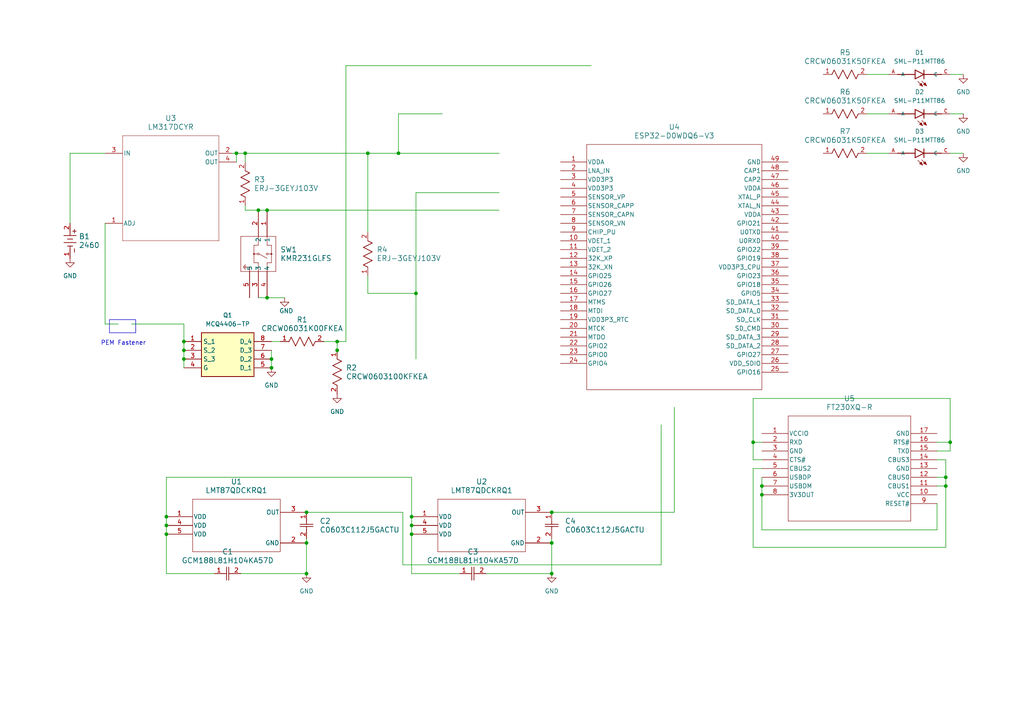
<source format=kicad_sch>
(kicad_sch (version 20230121) (generator eeschema)

  (uuid 09a7224b-98fa-40fc-8652-c4f68753d197)

  (paper "A4")

  (lib_symbols
    (symbol "36-2460-ND:2460" (pin_names (offset 0.254)) (in_bom yes) (on_board yes)
      (property "Reference" "B" (at 4.826 3.81 0)
        (effects (font (size 1.524 1.524)))
      )
      (property "Value" "2460" (at 4.826 -3.81 0)
        (effects (font (size 1.524 1.524)))
      )
      (property "Footprint" "2460_KEY" (at 0 0 0)
        (effects (font (size 1.27 1.27) italic) hide)
      )
      (property "Datasheet" "2460" (at 0 0 0)
        (effects (font (size 1.27 1.27) italic) hide)
      )
      (property "ki_locked" "" (at 0 0 0)
        (effects (font (size 1.27 1.27)))
      )
      (property "ki_keywords" "2460" (at 0 0 0)
        (effects (font (size 1.27 1.27)) hide)
      )
      (property "ki_fp_filters" "2460_KEY" (at 0 0 0)
        (effects (font (size 1.27 1.27)) hide)
      )
      (symbol "2460_0_1"
        (polyline
          (pts
            (xy 1.778 1.27)
            (xy 2.794 1.27)
          )
          (stroke (width 0.2032) (type default))
          (fill (type none))
        )
        (polyline
          (pts
            (xy 2.286 0.762)
            (xy 2.286 1.778)
          )
          (stroke (width 0.2032) (type default))
          (fill (type none))
        )
        (polyline
          (pts
            (xy 2.54 0)
            (xy 3.4798 0)
          )
          (stroke (width 0.2032) (type default))
          (fill (type none))
        )
        (polyline
          (pts
            (xy 3.556 -1.778)
            (xy 3.556 1.778)
          )
          (stroke (width 0.2032) (type default))
          (fill (type none))
        )
        (polyline
          (pts
            (xy 4.572 0.762)
            (xy 4.572 -0.762)
          )
          (stroke (width 0.2032) (type default))
          (fill (type none))
        )
        (polyline
          (pts
            (xy 5.588 -1.778)
            (xy 5.588 1.778)
          )
          (stroke (width 0.2032) (type default))
          (fill (type none))
        )
        (polyline
          (pts
            (xy 6.604 0)
            (xy 7.62 0)
          )
          (stroke (width 0.2032) (type default))
          (fill (type none))
        )
        (polyline
          (pts
            (xy 6.604 0.762)
            (xy 6.604 -0.762)
          )
          (stroke (width 0.2032) (type default))
          (fill (type none))
        )
        (polyline
          (pts
            (xy 7.366 1.27)
            (xy 8.382 1.27)
          )
          (stroke (width 0.2032) (type default))
          (fill (type none))
        )
        (pin unspecified line (at 10.16 0 180) (length 2.54)
          (name "" (effects (font (size 1.27 1.27))))
          (number "1" (effects (font (size 1.27 1.27))))
        )
        (pin unspecified line (at 0 0 0) (length 2.54)
          (name "" (effects (font (size 1.27 1.27))))
          (number "2" (effects (font (size 1.27 1.27))))
        )
      )
    )
    (symbol "C0603C112J5GACTU:C0603C112J5GACTU" (pin_names (offset 0.254)) (in_bom yes) (on_board yes)
      (property "Reference" "C" (at 3.81 3.81 0)
        (effects (font (size 1.524 1.524)))
      )
      (property "Value" "C0603C112J5GACTU" (at 3.81 -3.81 0)
        (effects (font (size 1.524 1.524)))
      )
      (property "Footprint" "CAPC17595_87N_KEM" (at 0 0 0)
        (effects (font (size 1.27 1.27) italic) hide)
      )
      (property "Datasheet" "C0603C112J5GACTU" (at 0 0 0)
        (effects (font (size 1.27 1.27) italic) hide)
      )
      (property "ki_locked" "" (at 0 0 0)
        (effects (font (size 1.27 1.27)))
      )
      (property "ki_keywords" "C0603C112J5GACTU" (at 0 0 0)
        (effects (font (size 1.27 1.27)) hide)
      )
      (property "ki_fp_filters" "CAPC17595_87N_KEM CAPC17595_87N_KEM-M CAPC17595_87N_KEM-L" (at 0 0 0)
        (effects (font (size 1.27 1.27)) hide)
      )
      (symbol "C0603C112J5GACTU_1_1"
        (polyline
          (pts
            (xy 2.54 0)
            (xy 3.4798 0)
          )
          (stroke (width 0.2032) (type default))
          (fill (type none))
        )
        (polyline
          (pts
            (xy 3.4798 -1.905)
            (xy 3.4798 1.905)
          )
          (stroke (width 0.2032) (type default))
          (fill (type none))
        )
        (polyline
          (pts
            (xy 4.1148 -1.905)
            (xy 4.1148 1.905)
          )
          (stroke (width 0.2032) (type default))
          (fill (type none))
        )
        (polyline
          (pts
            (xy 4.1148 0)
            (xy 5.08 0)
          )
          (stroke (width 0.2032) (type default))
          (fill (type none))
        )
        (pin unspecified line (at 0 0 0) (length 2.54)
          (name "" (effects (font (size 1.27 1.27))))
          (number "1" (effects (font (size 1.27 1.27))))
        )
        (pin unspecified line (at 7.62 0 180) (length 2.54)
          (name "" (effects (font (size 1.27 1.27))))
          (number "2" (effects (font (size 1.27 1.27))))
        )
      )
      (symbol "C0603C112J5GACTU_1_2"
        (polyline
          (pts
            (xy -1.905 -4.1148)
            (xy 1.905 -4.1148)
          )
          (stroke (width 0.2032) (type default))
          (fill (type none))
        )
        (polyline
          (pts
            (xy -1.905 -3.4798)
            (xy 1.905 -3.4798)
          )
          (stroke (width 0.2032) (type default))
          (fill (type none))
        )
        (polyline
          (pts
            (xy 0 -4.1148)
            (xy 0 -5.08)
          )
          (stroke (width 0.2032) (type default))
          (fill (type none))
        )
        (polyline
          (pts
            (xy 0 -2.54)
            (xy 0 -3.4798)
          )
          (stroke (width 0.2032) (type default))
          (fill (type none))
        )
        (pin unspecified line (at 0 0 270) (length 2.54)
          (name "" (effects (font (size 1.27 1.27))))
          (number "1" (effects (font (size 1.27 1.27))))
        )
        (pin unspecified line (at 0 -7.62 90) (length 2.54)
          (name "" (effects (font (size 1.27 1.27))))
          (number "2" (effects (font (size 1.27 1.27))))
        )
      )
    )
    (symbol "CRCW0603100KFKEA:CRCW0603100KFKEA" (pin_names (offset 0.254)) (in_bom yes) (on_board yes)
      (property "Reference" "R" (at 5.715 3.81 0)
        (effects (font (size 1.524 1.524)))
      )
      (property "Value" "CRCW0603100KFKEA" (at 6.35 -3.81 0)
        (effects (font (size 1.524 1.524)))
      )
      (property "Footprint" "RES_CRCW_0603_VIS" (at 0 0 0)
        (effects (font (size 1.27 1.27) italic) hide)
      )
      (property "Datasheet" "CRCW0603100KFKEA" (at 0 0 0)
        (effects (font (size 1.27 1.27) italic) hide)
      )
      (property "ki_locked" "" (at 0 0 0)
        (effects (font (size 1.27 1.27)))
      )
      (property "ki_keywords" "CRCW0603100KFKEA" (at 0 0 0)
        (effects (font (size 1.27 1.27)) hide)
      )
      (property "ki_fp_filters" "RES_CRCW_0603_VIS RES_CRCW_0603_VIS-M RES_CRCW_0603_VIS-L" (at 0 0 0)
        (effects (font (size 1.27 1.27)) hide)
      )
      (symbol "CRCW0603100KFKEA_1_1"
        (polyline
          (pts
            (xy 2.54 0)
            (xy 3.175 1.27)
          )
          (stroke (width 0.2032) (type default))
          (fill (type none))
        )
        (polyline
          (pts
            (xy 3.175 1.27)
            (xy 4.445 -1.27)
          )
          (stroke (width 0.2032) (type default))
          (fill (type none))
        )
        (polyline
          (pts
            (xy 4.445 -1.27)
            (xy 5.715 1.27)
          )
          (stroke (width 0.2032) (type default))
          (fill (type none))
        )
        (polyline
          (pts
            (xy 5.715 1.27)
            (xy 6.985 -1.27)
          )
          (stroke (width 0.2032) (type default))
          (fill (type none))
        )
        (polyline
          (pts
            (xy 6.985 -1.27)
            (xy 8.255 1.27)
          )
          (stroke (width 0.2032) (type default))
          (fill (type none))
        )
        (polyline
          (pts
            (xy 8.255 1.27)
            (xy 9.525 -1.27)
          )
          (stroke (width 0.2032) (type default))
          (fill (type none))
        )
        (polyline
          (pts
            (xy 9.525 -1.27)
            (xy 10.16 0)
          )
          (stroke (width 0.2032) (type default))
          (fill (type none))
        )
        (pin unspecified line (at 12.7 0 180) (length 2.54)
          (name "" (effects (font (size 1.27 1.27))))
          (number "1" (effects (font (size 1.27 1.27))))
        )
        (pin unspecified line (at 0 0 0) (length 2.54)
          (name "" (effects (font (size 1.27 1.27))))
          (number "2" (effects (font (size 1.27 1.27))))
        )
      )
      (symbol "CRCW0603100KFKEA_1_2"
        (polyline
          (pts
            (xy -1.27 3.175)
            (xy 1.27 4.445)
          )
          (stroke (width 0.2032) (type default))
          (fill (type none))
        )
        (polyline
          (pts
            (xy -1.27 5.715)
            (xy 1.27 6.985)
          )
          (stroke (width 0.2032) (type default))
          (fill (type none))
        )
        (polyline
          (pts
            (xy -1.27 8.255)
            (xy 1.27 9.525)
          )
          (stroke (width 0.2032) (type default))
          (fill (type none))
        )
        (polyline
          (pts
            (xy 0 2.54)
            (xy -1.27 3.175)
          )
          (stroke (width 0.2032) (type default))
          (fill (type none))
        )
        (polyline
          (pts
            (xy 1.27 4.445)
            (xy -1.27 5.715)
          )
          (stroke (width 0.2032) (type default))
          (fill (type none))
        )
        (polyline
          (pts
            (xy 1.27 6.985)
            (xy -1.27 8.255)
          )
          (stroke (width 0.2032) (type default))
          (fill (type none))
        )
        (polyline
          (pts
            (xy 1.27 9.525)
            (xy 0 10.16)
          )
          (stroke (width 0.2032) (type default))
          (fill (type none))
        )
        (pin unspecified line (at 0 12.7 270) (length 2.54)
          (name "" (effects (font (size 1.27 1.27))))
          (number "1" (effects (font (size 1.27 1.27))))
        )
        (pin unspecified line (at 0 0 90) (length 2.54)
          (name "" (effects (font (size 1.27 1.27))))
          (number "2" (effects (font (size 1.27 1.27))))
        )
      )
    )
    (symbol "CRCW06031K00FKEA HP:CRCW06031K00FKEA" (pin_names (offset 0.254)) (in_bom yes) (on_board yes)
      (property "Reference" "R" (at 5.715 3.81 0)
        (effects (font (size 1.524 1.524)))
      )
      (property "Value" "CRCW06031K00FKEA" (at 6.35 -3.81 0)
        (effects (font (size 1.524 1.524)))
      )
      (property "Footprint" "RES_CRCW_0603" (at 0 0 0)
        (effects (font (size 1.27 1.27) italic) hide)
      )
      (property "Datasheet" "CRCW06031K00FKEA" (at 0 0 0)
        (effects (font (size 1.27 1.27) italic) hide)
      )
      (property "ki_locked" "" (at 0 0 0)
        (effects (font (size 1.27 1.27)))
      )
      (property "ki_keywords" "CRCW06031K00FKEA" (at 0 0 0)
        (effects (font (size 1.27 1.27)) hide)
      )
      (property "ki_fp_filters" "RES_CRCW_0603 RES_CRCW_0603-M RES_CRCW_0603-L" (at 0 0 0)
        (effects (font (size 1.27 1.27)) hide)
      )
      (symbol "CRCW06031K00FKEA_1_1"
        (polyline
          (pts
            (xy 2.54 0)
            (xy 3.175 1.27)
          )
          (stroke (width 0.2032) (type default))
          (fill (type none))
        )
        (polyline
          (pts
            (xy 3.175 1.27)
            (xy 4.445 -1.27)
          )
          (stroke (width 0.2032) (type default))
          (fill (type none))
        )
        (polyline
          (pts
            (xy 4.445 -1.27)
            (xy 5.715 1.27)
          )
          (stroke (width 0.2032) (type default))
          (fill (type none))
        )
        (polyline
          (pts
            (xy 5.715 1.27)
            (xy 6.985 -1.27)
          )
          (stroke (width 0.2032) (type default))
          (fill (type none))
        )
        (polyline
          (pts
            (xy 6.985 -1.27)
            (xy 8.255 1.27)
          )
          (stroke (width 0.2032) (type default))
          (fill (type none))
        )
        (polyline
          (pts
            (xy 8.255 1.27)
            (xy 9.525 -1.27)
          )
          (stroke (width 0.2032) (type default))
          (fill (type none))
        )
        (polyline
          (pts
            (xy 9.525 -1.27)
            (xy 10.16 0)
          )
          (stroke (width 0.2032) (type default))
          (fill (type none))
        )
        (pin unspecified line (at 12.7 0 180) (length 2.54)
          (name "" (effects (font (size 1.27 1.27))))
          (number "1" (effects (font (size 1.27 1.27))))
        )
        (pin unspecified line (at 0 0 0) (length 2.54)
          (name "" (effects (font (size 1.27 1.27))))
          (number "2" (effects (font (size 1.27 1.27))))
        )
      )
      (symbol "CRCW06031K00FKEA_1_2"
        (polyline
          (pts
            (xy -1.27 3.175)
            (xy 1.27 4.445)
          )
          (stroke (width 0.2032) (type default))
          (fill (type none))
        )
        (polyline
          (pts
            (xy -1.27 5.715)
            (xy 1.27 6.985)
          )
          (stroke (width 0.2032) (type default))
          (fill (type none))
        )
        (polyline
          (pts
            (xy -1.27 8.255)
            (xy 1.27 9.525)
          )
          (stroke (width 0.2032) (type default))
          (fill (type none))
        )
        (polyline
          (pts
            (xy 0 2.54)
            (xy -1.27 3.175)
          )
          (stroke (width 0.2032) (type default))
          (fill (type none))
        )
        (polyline
          (pts
            (xy 1.27 4.445)
            (xy -1.27 5.715)
          )
          (stroke (width 0.2032) (type default))
          (fill (type none))
        )
        (polyline
          (pts
            (xy 1.27 6.985)
            (xy -1.27 8.255)
          )
          (stroke (width 0.2032) (type default))
          (fill (type none))
        )
        (polyline
          (pts
            (xy 1.27 9.525)
            (xy 0 10.16)
          )
          (stroke (width 0.2032) (type default))
          (fill (type none))
        )
        (pin unspecified line (at 0 12.7 270) (length 2.54)
          (name "" (effects (font (size 1.27 1.27))))
          (number "1" (effects (font (size 1.27 1.27))))
        )
        (pin unspecified line (at 0 0 90) (length 2.54)
          (name "" (effects (font (size 1.27 1.27))))
          (number "2" (effects (font (size 1.27 1.27))))
        )
      )
    )
    (symbol "CRCW06031K50FKEA:CRCW06031K50FKEA" (pin_names (offset 0.254)) (in_bom yes) (on_board yes)
      (property "Reference" "R" (at 5.715 3.81 0)
        (effects (font (size 1.524 1.524)))
      )
      (property "Value" "CRCW06031K50FKEA" (at 6.35 -3.81 0)
        (effects (font (size 1.524 1.524)))
      )
      (property "Footprint" "RES_CRCW_0603" (at 0 0 0)
        (effects (font (size 1.27 1.27) italic) hide)
      )
      (property "Datasheet" "CRCW06031K50FKEA" (at 0 0 0)
        (effects (font (size 1.27 1.27) italic) hide)
      )
      (property "ki_locked" "" (at 0 0 0)
        (effects (font (size 1.27 1.27)))
      )
      (property "ki_keywords" "CRCW06031K50FKEA" (at 0 0 0)
        (effects (font (size 1.27 1.27)) hide)
      )
      (property "ki_fp_filters" "RES_CRCW_0603 RES_CRCW_0603-M RES_CRCW_0603-L" (at 0 0 0)
        (effects (font (size 1.27 1.27)) hide)
      )
      (symbol "CRCW06031K50FKEA_1_1"
        (polyline
          (pts
            (xy 2.54 0)
            (xy 3.175 1.27)
          )
          (stroke (width 0.2032) (type default))
          (fill (type none))
        )
        (polyline
          (pts
            (xy 3.175 1.27)
            (xy 4.445 -1.27)
          )
          (stroke (width 0.2032) (type default))
          (fill (type none))
        )
        (polyline
          (pts
            (xy 4.445 -1.27)
            (xy 5.715 1.27)
          )
          (stroke (width 0.2032) (type default))
          (fill (type none))
        )
        (polyline
          (pts
            (xy 5.715 1.27)
            (xy 6.985 -1.27)
          )
          (stroke (width 0.2032) (type default))
          (fill (type none))
        )
        (polyline
          (pts
            (xy 6.985 -1.27)
            (xy 8.255 1.27)
          )
          (stroke (width 0.2032) (type default))
          (fill (type none))
        )
        (polyline
          (pts
            (xy 8.255 1.27)
            (xy 9.525 -1.27)
          )
          (stroke (width 0.2032) (type default))
          (fill (type none))
        )
        (polyline
          (pts
            (xy 9.525 -1.27)
            (xy 10.16 0)
          )
          (stroke (width 0.2032) (type default))
          (fill (type none))
        )
        (pin unspecified line (at 12.7 0 180) (length 2.54)
          (name "" (effects (font (size 1.27 1.27))))
          (number "1" (effects (font (size 1.27 1.27))))
        )
        (pin unspecified line (at 0 0 0) (length 2.54)
          (name "" (effects (font (size 1.27 1.27))))
          (number "2" (effects (font (size 1.27 1.27))))
        )
      )
      (symbol "CRCW06031K50FKEA_1_2"
        (polyline
          (pts
            (xy -1.27 3.175)
            (xy 1.27 4.445)
          )
          (stroke (width 0.2032) (type default))
          (fill (type none))
        )
        (polyline
          (pts
            (xy -1.27 5.715)
            (xy 1.27 6.985)
          )
          (stroke (width 0.2032) (type default))
          (fill (type none))
        )
        (polyline
          (pts
            (xy -1.27 8.255)
            (xy 1.27 9.525)
          )
          (stroke (width 0.2032) (type default))
          (fill (type none))
        )
        (polyline
          (pts
            (xy 0 2.54)
            (xy -1.27 3.175)
          )
          (stroke (width 0.2032) (type default))
          (fill (type none))
        )
        (polyline
          (pts
            (xy 1.27 4.445)
            (xy -1.27 5.715)
          )
          (stroke (width 0.2032) (type default))
          (fill (type none))
        )
        (polyline
          (pts
            (xy 1.27 6.985)
            (xy -1.27 8.255)
          )
          (stroke (width 0.2032) (type default))
          (fill (type none))
        )
        (polyline
          (pts
            (xy 1.27 9.525)
            (xy 0 10.16)
          )
          (stroke (width 0.2032) (type default))
          (fill (type none))
        )
        (pin unspecified line (at 0 12.7 270) (length 2.54)
          (name "" (effects (font (size 1.27 1.27))))
          (number "1" (effects (font (size 1.27 1.27))))
        )
        (pin unspecified line (at 0 0 90) (length 2.54)
          (name "" (effects (font (size 1.27 1.27))))
          (number "2" (effects (font (size 1.27 1.27))))
        )
      )
    )
    (symbol "ERJ-3GEYJ103V:ERJ-3GEYJ103V" (pin_names (offset 0.254)) (in_bom yes) (on_board yes)
      (property "Reference" "R" (at 5.715 3.81 0)
        (effects (font (size 1.524 1.524)))
      )
      (property "Value" "ERJ-3GEYJ103V" (at 6.35 -3.81 0)
        (effects (font (size 1.524 1.524)))
      )
      (property "Footprint" "RC0603N_PAN" (at 0 0 0)
        (effects (font (size 1.27 1.27) italic) hide)
      )
      (property "Datasheet" "ERJ-3GEYJ103V" (at 0 0 0)
        (effects (font (size 1.27 1.27) italic) hide)
      )
      (property "ki_locked" "" (at 0 0 0)
        (effects (font (size 1.27 1.27)))
      )
      (property "ki_keywords" "ERJ-3GEYJ103V" (at 0 0 0)
        (effects (font (size 1.27 1.27)) hide)
      )
      (property "ki_fp_filters" "RC0603N_PAN RC0603N_PAN-M RC0603N_PAN-L" (at 0 0 0)
        (effects (font (size 1.27 1.27)) hide)
      )
      (symbol "ERJ-3GEYJ103V_1_1"
        (polyline
          (pts
            (xy 2.54 0)
            (xy 3.175 1.27)
          )
          (stroke (width 0.2032) (type default))
          (fill (type none))
        )
        (polyline
          (pts
            (xy 3.175 1.27)
            (xy 4.445 -1.27)
          )
          (stroke (width 0.2032) (type default))
          (fill (type none))
        )
        (polyline
          (pts
            (xy 4.445 -1.27)
            (xy 5.715 1.27)
          )
          (stroke (width 0.2032) (type default))
          (fill (type none))
        )
        (polyline
          (pts
            (xy 5.715 1.27)
            (xy 6.985 -1.27)
          )
          (stroke (width 0.2032) (type default))
          (fill (type none))
        )
        (polyline
          (pts
            (xy 6.985 -1.27)
            (xy 8.255 1.27)
          )
          (stroke (width 0.2032) (type default))
          (fill (type none))
        )
        (polyline
          (pts
            (xy 8.255 1.27)
            (xy 9.525 -1.27)
          )
          (stroke (width 0.2032) (type default))
          (fill (type none))
        )
        (polyline
          (pts
            (xy 9.525 -1.27)
            (xy 10.16 0)
          )
          (stroke (width 0.2032) (type default))
          (fill (type none))
        )
        (pin unspecified line (at 12.7 0 180) (length 2.54)
          (name "" (effects (font (size 1.27 1.27))))
          (number "1" (effects (font (size 1.27 1.27))))
        )
        (pin unspecified line (at 0 0 0) (length 2.54)
          (name "" (effects (font (size 1.27 1.27))))
          (number "2" (effects (font (size 1.27 1.27))))
        )
      )
      (symbol "ERJ-3GEYJ103V_1_2"
        (polyline
          (pts
            (xy -1.27 3.175)
            (xy 1.27 4.445)
          )
          (stroke (width 0.2032) (type default))
          (fill (type none))
        )
        (polyline
          (pts
            (xy -1.27 5.715)
            (xy 1.27 6.985)
          )
          (stroke (width 0.2032) (type default))
          (fill (type none))
        )
        (polyline
          (pts
            (xy -1.27 8.255)
            (xy 1.27 9.525)
          )
          (stroke (width 0.2032) (type default))
          (fill (type none))
        )
        (polyline
          (pts
            (xy 0 2.54)
            (xy -1.27 3.175)
          )
          (stroke (width 0.2032) (type default))
          (fill (type none))
        )
        (polyline
          (pts
            (xy 1.27 4.445)
            (xy -1.27 5.715)
          )
          (stroke (width 0.2032) (type default))
          (fill (type none))
        )
        (polyline
          (pts
            (xy 1.27 6.985)
            (xy -1.27 8.255)
          )
          (stroke (width 0.2032) (type default))
          (fill (type none))
        )
        (polyline
          (pts
            (xy 1.27 9.525)
            (xy 0 10.16)
          )
          (stroke (width 0.2032) (type default))
          (fill (type none))
        )
        (pin unspecified line (at 0 12.7 270) (length 2.54)
          (name "" (effects (font (size 1.27 1.27))))
          (number "1" (effects (font (size 1.27 1.27))))
        )
        (pin unspecified line (at 0 0 90) (length 2.54)
          (name "" (effects (font (size 1.27 1.27))))
          (number "2" (effects (font (size 1.27 1.27))))
        )
      )
    )
    (symbol "ESP32-D0WDQ6-V3:ESP32-D0WDQ6-V3" (pin_names (offset 0.254)) (in_bom yes) (on_board yes)
      (property "Reference" "U" (at 33.02 10.16 0)
        (effects (font (size 1.524 1.524)))
      )
      (property "Value" "ESP32-D0WDQ6-V3" (at 33.02 7.62 0)
        (effects (font (size 1.524 1.524)))
      )
      (property "Footprint" "ESP32-D0WDQ6-V3_EXP" (at 0 0 0)
        (effects (font (size 1.27 1.27) italic) hide)
      )
      (property "Datasheet" "ESP32-D0WDQ6-V3" (at 0 0 0)
        (effects (font (size 1.27 1.27) italic) hide)
      )
      (property "ki_locked" "" (at 0 0 0)
        (effects (font (size 1.27 1.27)))
      )
      (property "ki_keywords" "ESP32-D0WDQ6-V3" (at 0 0 0)
        (effects (font (size 1.27 1.27)) hide)
      )
      (property "ki_fp_filters" "ESP32-D0WDQ6-V3_EXP ESP32-D0WDQ6-V3_EXP-M ESP32-D0WDQ6-V3_EXP-L" (at 0 0 0)
        (effects (font (size 1.27 1.27)) hide)
      )
      (symbol "ESP32-D0WDQ6-V3_0_1"
        (polyline
          (pts
            (xy 7.62 -66.04)
            (xy 58.42 -66.04)
          )
          (stroke (width 0.127) (type default))
          (fill (type none))
        )
        (polyline
          (pts
            (xy 7.62 5.08)
            (xy 7.62 -66.04)
          )
          (stroke (width 0.127) (type default))
          (fill (type none))
        )
        (polyline
          (pts
            (xy 58.42 -66.04)
            (xy 58.42 5.08)
          )
          (stroke (width 0.127) (type default))
          (fill (type none))
        )
        (polyline
          (pts
            (xy 58.42 5.08)
            (xy 7.62 5.08)
          )
          (stroke (width 0.127) (type default))
          (fill (type none))
        )
        (pin unspecified line (at 0 0 0) (length 7.62)
          (name "VDDA" (effects (font (size 1.27 1.27))))
          (number "1" (effects (font (size 1.27 1.27))))
        )
        (pin unspecified line (at 0 -22.86 0) (length 7.62)
          (name "VDET_1" (effects (font (size 1.27 1.27))))
          (number "10" (effects (font (size 1.27 1.27))))
        )
        (pin unspecified line (at 0 -25.4 0) (length 7.62)
          (name "VDET_2" (effects (font (size 1.27 1.27))))
          (number "11" (effects (font (size 1.27 1.27))))
        )
        (pin unspecified line (at 0 -27.94 0) (length 7.62)
          (name "32K_XP" (effects (font (size 1.27 1.27))))
          (number "12" (effects (font (size 1.27 1.27))))
        )
        (pin unspecified line (at 0 -30.48 0) (length 7.62)
          (name "32K_XN" (effects (font (size 1.27 1.27))))
          (number "13" (effects (font (size 1.27 1.27))))
        )
        (pin unspecified line (at 0 -33.02 0) (length 7.62)
          (name "GPIO25" (effects (font (size 1.27 1.27))))
          (number "14" (effects (font (size 1.27 1.27))))
        )
        (pin unspecified line (at 0 -35.56 0) (length 7.62)
          (name "GPIO26" (effects (font (size 1.27 1.27))))
          (number "15" (effects (font (size 1.27 1.27))))
        )
        (pin unspecified line (at 0 -38.1 0) (length 7.62)
          (name "GPIO27" (effects (font (size 1.27 1.27))))
          (number "16" (effects (font (size 1.27 1.27))))
        )
        (pin unspecified line (at 0 -40.64 0) (length 7.62)
          (name "MTMS" (effects (font (size 1.27 1.27))))
          (number "17" (effects (font (size 1.27 1.27))))
        )
        (pin unspecified line (at 0 -43.18 0) (length 7.62)
          (name "MTDI" (effects (font (size 1.27 1.27))))
          (number "18" (effects (font (size 1.27 1.27))))
        )
        (pin unspecified line (at 0 -45.72 0) (length 7.62)
          (name "VDD3P3_RTC" (effects (font (size 1.27 1.27))))
          (number "19" (effects (font (size 1.27 1.27))))
        )
        (pin unspecified line (at 0 -2.54 0) (length 7.62)
          (name "LNA_IN" (effects (font (size 1.27 1.27))))
          (number "2" (effects (font (size 1.27 1.27))))
        )
        (pin unspecified line (at 0 -48.26 0) (length 7.62)
          (name "MTCK" (effects (font (size 1.27 1.27))))
          (number "20" (effects (font (size 1.27 1.27))))
        )
        (pin unspecified line (at 0 -50.8 0) (length 7.62)
          (name "MTDO" (effects (font (size 1.27 1.27))))
          (number "21" (effects (font (size 1.27 1.27))))
        )
        (pin unspecified line (at 0 -53.34 0) (length 7.62)
          (name "GPIO2" (effects (font (size 1.27 1.27))))
          (number "22" (effects (font (size 1.27 1.27))))
        )
        (pin unspecified line (at 0 -55.88 0) (length 7.62)
          (name "GPIO0" (effects (font (size 1.27 1.27))))
          (number "23" (effects (font (size 1.27 1.27))))
        )
        (pin unspecified line (at 0 -58.42 0) (length 7.62)
          (name "GPIO4" (effects (font (size 1.27 1.27))))
          (number "24" (effects (font (size 1.27 1.27))))
        )
        (pin unspecified line (at 66.04 -60.96 180) (length 7.62)
          (name "GPIO16" (effects (font (size 1.27 1.27))))
          (number "25" (effects (font (size 1.27 1.27))))
        )
        (pin unspecified line (at 66.04 -58.42 180) (length 7.62)
          (name "VDD_SDIO" (effects (font (size 1.27 1.27))))
          (number "26" (effects (font (size 1.27 1.27))))
        )
        (pin unspecified line (at 66.04 -55.88 180) (length 7.62)
          (name "GPIO27" (effects (font (size 1.27 1.27))))
          (number "27" (effects (font (size 1.27 1.27))))
        )
        (pin unspecified line (at 66.04 -53.34 180) (length 7.62)
          (name "SD_DATA_2" (effects (font (size 1.27 1.27))))
          (number "28" (effects (font (size 1.27 1.27))))
        )
        (pin unspecified line (at 66.04 -50.8 180) (length 7.62)
          (name "SD_DATA_3" (effects (font (size 1.27 1.27))))
          (number "29" (effects (font (size 1.27 1.27))))
        )
        (pin unspecified line (at 0 -5.08 0) (length 7.62)
          (name "VDD3P3" (effects (font (size 1.27 1.27))))
          (number "3" (effects (font (size 1.27 1.27))))
        )
        (pin unspecified line (at 66.04 -48.26 180) (length 7.62)
          (name "SD_CMD" (effects (font (size 1.27 1.27))))
          (number "30" (effects (font (size 1.27 1.27))))
        )
        (pin unspecified line (at 66.04 -45.72 180) (length 7.62)
          (name "SD_CLK" (effects (font (size 1.27 1.27))))
          (number "31" (effects (font (size 1.27 1.27))))
        )
        (pin unspecified line (at 66.04 -43.18 180) (length 7.62)
          (name "SD_DATA_0" (effects (font (size 1.27 1.27))))
          (number "32" (effects (font (size 1.27 1.27))))
        )
        (pin unspecified line (at 66.04 -40.64 180) (length 7.62)
          (name "SD_DATA_1" (effects (font (size 1.27 1.27))))
          (number "33" (effects (font (size 1.27 1.27))))
        )
        (pin unspecified line (at 66.04 -38.1 180) (length 7.62)
          (name "GPIO5" (effects (font (size 1.27 1.27))))
          (number "34" (effects (font (size 1.27 1.27))))
        )
        (pin unspecified line (at 66.04 -35.56 180) (length 7.62)
          (name "GPIO18" (effects (font (size 1.27 1.27))))
          (number "35" (effects (font (size 1.27 1.27))))
        )
        (pin unspecified line (at 66.04 -33.02 180) (length 7.62)
          (name "GPIO23" (effects (font (size 1.27 1.27))))
          (number "36" (effects (font (size 1.27 1.27))))
        )
        (pin unspecified line (at 66.04 -30.48 180) (length 7.62)
          (name "VDD3P3_CPU" (effects (font (size 1.27 1.27))))
          (number "37" (effects (font (size 1.27 1.27))))
        )
        (pin unspecified line (at 66.04 -27.94 180) (length 7.62)
          (name "GPIO19" (effects (font (size 1.27 1.27))))
          (number "38" (effects (font (size 1.27 1.27))))
        )
        (pin unspecified line (at 66.04 -25.4 180) (length 7.62)
          (name "GPIO22" (effects (font (size 1.27 1.27))))
          (number "39" (effects (font (size 1.27 1.27))))
        )
        (pin unspecified line (at 0 -7.62 0) (length 7.62)
          (name "VDD3P3" (effects (font (size 1.27 1.27))))
          (number "4" (effects (font (size 1.27 1.27))))
        )
        (pin unspecified line (at 66.04 -22.86 180) (length 7.62)
          (name "U0RXD" (effects (font (size 1.27 1.27))))
          (number "40" (effects (font (size 1.27 1.27))))
        )
        (pin unspecified line (at 66.04 -20.32 180) (length 7.62)
          (name "U0TXD" (effects (font (size 1.27 1.27))))
          (number "41" (effects (font (size 1.27 1.27))))
        )
        (pin unspecified line (at 66.04 -17.78 180) (length 7.62)
          (name "GPIO21" (effects (font (size 1.27 1.27))))
          (number "42" (effects (font (size 1.27 1.27))))
        )
        (pin unspecified line (at 66.04 -15.24 180) (length 7.62)
          (name "VDDA" (effects (font (size 1.27 1.27))))
          (number "43" (effects (font (size 1.27 1.27))))
        )
        (pin unspecified line (at 66.04 -12.7 180) (length 7.62)
          (name "XTAL_N" (effects (font (size 1.27 1.27))))
          (number "44" (effects (font (size 1.27 1.27))))
        )
        (pin unspecified line (at 66.04 -10.16 180) (length 7.62)
          (name "XTAL_P" (effects (font (size 1.27 1.27))))
          (number "45" (effects (font (size 1.27 1.27))))
        )
        (pin unspecified line (at 66.04 -7.62 180) (length 7.62)
          (name "VDDA" (effects (font (size 1.27 1.27))))
          (number "46" (effects (font (size 1.27 1.27))))
        )
        (pin unspecified line (at 66.04 -5.08 180) (length 7.62)
          (name "CAP2" (effects (font (size 1.27 1.27))))
          (number "47" (effects (font (size 1.27 1.27))))
        )
        (pin unspecified line (at 66.04 -2.54 180) (length 7.62)
          (name "CAP1" (effects (font (size 1.27 1.27))))
          (number "48" (effects (font (size 1.27 1.27))))
        )
        (pin unspecified line (at 66.04 0 180) (length 7.62)
          (name "GND" (effects (font (size 1.27 1.27))))
          (number "49" (effects (font (size 1.27 1.27))))
        )
        (pin unspecified line (at 0 -10.16 0) (length 7.62)
          (name "SENSOR_VP" (effects (font (size 1.27 1.27))))
          (number "5" (effects (font (size 1.27 1.27))))
        )
        (pin unspecified line (at 0 -12.7 0) (length 7.62)
          (name "SENSOR_CAPP" (effects (font (size 1.27 1.27))))
          (number "6" (effects (font (size 1.27 1.27))))
        )
        (pin unspecified line (at 0 -15.24 0) (length 7.62)
          (name "SENSOR_CAPN" (effects (font (size 1.27 1.27))))
          (number "7" (effects (font (size 1.27 1.27))))
        )
        (pin unspecified line (at 0 -17.78 0) (length 7.62)
          (name "SENSOR_VN" (effects (font (size 1.27 1.27))))
          (number "8" (effects (font (size 1.27 1.27))))
        )
        (pin unspecified line (at 0 -20.32 0) (length 7.62)
          (name "CHIP_PU" (effects (font (size 1.27 1.27))))
          (number "9" (effects (font (size 1.27 1.27))))
        )
      )
    )
    (symbol "FT230XQ-R:FT230XQ-R" (pin_names (offset 0.254)) (in_bom yes) (on_board yes)
      (property "Reference" "U5" (at 25.4 10.16 0)
        (effects (font (size 1.524 1.524)))
      )
      (property "Value" "FT230XQ-R" (at 25.4 7.62 0)
        (effects (font (size 1.524 1.524)))
      )
      (property "Footprint" "FT230XQ-R:QFN-16_FTD" (at 0 0 0)
        (effects (font (size 1.27 1.27) italic) hide)
      )
      (property "Datasheet" "FT230XQ-R" (at 0 0 0)
        (effects (font (size 1.27 1.27) italic) hide)
      )
      (property "ki_locked" "" (at 0 0 0)
        (effects (font (size 1.27 1.27)))
      )
      (property "ki_keywords" "FT230XQ-R" (at 0 0 0)
        (effects (font (size 1.27 1.27)) hide)
      )
      (property "ki_fp_filters" "QFN-16_FTD QFN-16_FTD-M QFN-16_FTD-L" (at 0 0 0)
        (effects (font (size 1.27 1.27)) hide)
      )
      (symbol "FT230XQ-R_0_1"
        (polyline
          (pts
            (xy 7.62 -25.4)
            (xy 43.18 -25.4)
          )
          (stroke (width 0.127) (type default))
          (fill (type none))
        )
        (polyline
          (pts
            (xy 7.62 5.08)
            (xy 7.62 -25.4)
          )
          (stroke (width 0.127) (type default))
          (fill (type none))
        )
        (polyline
          (pts
            (xy 43.18 -25.4)
            (xy 43.18 5.08)
          )
          (stroke (width 0.127) (type default))
          (fill (type none))
        )
        (polyline
          (pts
            (xy 43.18 5.08)
            (xy 7.62 5.08)
          )
          (stroke (width 0.127) (type default))
          (fill (type none))
        )
        (pin power_in line (at 50.8 -17.78 180) (length 7.62)
          (name "VCC" (effects (font (size 1.27 1.27))))
          (number "10" (effects (font (size 1.27 1.27))))
        )
        (pin bidirectional line (at 50.8 -15.24 180) (length 7.62)
          (name "CBUS1" (effects (font (size 1.27 1.27))))
          (number "11" (effects (font (size 1.27 1.27))))
        )
        (pin bidirectional line (at 50.8 -12.7 180) (length 7.62)
          (name "CBUS0" (effects (font (size 1.27 1.27))))
          (number "12" (effects (font (size 1.27 1.27))))
        )
        (pin power_out line (at 50.8 -10.16 180) (length 7.62)
          (name "GND" (effects (font (size 1.27 1.27))))
          (number "13" (effects (font (size 1.27 1.27))))
        )
        (pin bidirectional line (at 50.8 -7.62 180) (length 7.62)
          (name "CBUS3" (effects (font (size 1.27 1.27))))
          (number "14" (effects (font (size 1.27 1.27))))
        )
        (pin output line (at 50.8 -5.08 180) (length 7.62)
          (name "TXD" (effects (font (size 1.27 1.27))))
          (number "15" (effects (font (size 1.27 1.27))))
        )
        (pin output line (at 50.8 -2.54 180) (length 7.62)
          (name "RTS#" (effects (font (size 1.27 1.27))))
          (number "16" (effects (font (size 1.27 1.27))))
        )
        (pin power_out line (at 50.8 0 180) (length 7.62)
          (name "GND" (effects (font (size 1.27 1.27))))
          (number "17" (effects (font (size 1.27 1.27))))
        )
        (pin input line (at 0 -2.54 0) (length 7.62)
          (name "RXD" (effects (font (size 1.27 1.27))))
          (number "2" (effects (font (size 1.27 1.27))))
        )
        (pin power_out line (at 0 -5.08 0) (length 7.62)
          (name "GND" (effects (font (size 1.27 1.27))))
          (number "3" (effects (font (size 1.27 1.27))))
        )
        (pin input line (at 0 -7.62 0) (length 7.62)
          (name "CTS#" (effects (font (size 1.27 1.27))))
          (number "4" (effects (font (size 1.27 1.27))))
        )
        (pin bidirectional line (at 0 -10.16 0) (length 7.62)
          (name "CBUS2" (effects (font (size 1.27 1.27))))
          (number "5" (effects (font (size 1.27 1.27))))
        )
        (pin input line (at 0 -12.7 0) (length 7.62)
          (name "USBDP" (effects (font (size 1.27 1.27))))
          (number "6" (effects (font (size 1.27 1.27))))
        )
        (pin input line (at 0 -15.24 0) (length 7.62)
          (name "USBDM" (effects (font (size 1.27 1.27))))
          (number "7" (effects (font (size 1.27 1.27))))
        )
        (pin output line (at 0 -17.78 0) (length 7.62)
          (name "3V3OUT" (effects (font (size 1.27 1.27))))
          (number "8" (effects (font (size 1.27 1.27))))
        )
        (pin input line (at 50.8 -20.32 180) (length 7.62)
          (name "RESET#" (effects (font (size 1.27 1.27))))
          (number "9" (effects (font (size 1.27 1.27))))
        )
      )
      (symbol "FT230XQ-R_1_1"
        (pin power_in line (at 0 0 0) (length 7.62)
          (name "VCCIO" (effects (font (size 1.27 1.27))))
          (number "1" (effects (font (size 1.27 1.27))))
        )
      )
    )
    (symbol "GCM188L81H104KA57D:GCM188L81H104KA57D" (pin_names (offset 0.254)) (in_bom yes) (on_board yes)
      (property "Reference" "C" (at 3.81 3.81 0)
        (effects (font (size 1.524 1.524)))
      )
      (property "Value" "GCM188L81H104KA57D" (at 3.81 -3.81 0)
        (effects (font (size 1.524 1.524)))
      )
      (property "Footprint" "G-188_MUR" (at 0 0 0)
        (effects (font (size 1.27 1.27) italic) hide)
      )
      (property "Datasheet" "GCM188L81H104KA57D" (at 0 0 0)
        (effects (font (size 1.27 1.27) italic) hide)
      )
      (property "ki_locked" "" (at 0 0 0)
        (effects (font (size 1.27 1.27)))
      )
      (property "ki_keywords" "GCM188L81H104KA57D" (at 0 0 0)
        (effects (font (size 1.27 1.27)) hide)
      )
      (property "ki_fp_filters" "G-188_MUR G-188_MUR-M G-188_MUR-L" (at 0 0 0)
        (effects (font (size 1.27 1.27)) hide)
      )
      (symbol "GCM188L81H104KA57D_1_1"
        (polyline
          (pts
            (xy 2.54 0)
            (xy 3.4798 0)
          )
          (stroke (width 0.2032) (type default))
          (fill (type none))
        )
        (polyline
          (pts
            (xy 3.4798 -1.905)
            (xy 3.4798 1.905)
          )
          (stroke (width 0.2032) (type default))
          (fill (type none))
        )
        (polyline
          (pts
            (xy 4.1148 -1.905)
            (xy 4.1148 1.905)
          )
          (stroke (width 0.2032) (type default))
          (fill (type none))
        )
        (polyline
          (pts
            (xy 4.1148 0)
            (xy 5.08 0)
          )
          (stroke (width 0.2032) (type default))
          (fill (type none))
        )
        (pin unspecified line (at 0 0 0) (length 2.54)
          (name "" (effects (font (size 1.27 1.27))))
          (number "1" (effects (font (size 1.27 1.27))))
        )
        (pin unspecified line (at 7.62 0 180) (length 2.54)
          (name "" (effects (font (size 1.27 1.27))))
          (number "2" (effects (font (size 1.27 1.27))))
        )
      )
      (symbol "GCM188L81H104KA57D_1_2"
        (polyline
          (pts
            (xy -1.905 -4.1148)
            (xy 1.905 -4.1148)
          )
          (stroke (width 0.2032) (type default))
          (fill (type none))
        )
        (polyline
          (pts
            (xy -1.905 -3.4798)
            (xy 1.905 -3.4798)
          )
          (stroke (width 0.2032) (type default))
          (fill (type none))
        )
        (polyline
          (pts
            (xy 0 -4.1148)
            (xy 0 -5.08)
          )
          (stroke (width 0.2032) (type default))
          (fill (type none))
        )
        (polyline
          (pts
            (xy 0 -2.54)
            (xy 0 -3.4798)
          )
          (stroke (width 0.2032) (type default))
          (fill (type none))
        )
        (pin unspecified line (at 0 0 270) (length 2.54)
          (name "" (effects (font (size 1.27 1.27))))
          (number "1" (effects (font (size 1.27 1.27))))
        )
        (pin unspecified line (at 0 -7.62 90) (length 2.54)
          (name "" (effects (font (size 1.27 1.27))))
          (number "2" (effects (font (size 1.27 1.27))))
        )
      )
    )
    (symbol "KMR231GLFS:KMR231GLFS" (pin_names (offset 0.254)) (in_bom yes) (on_board yes)
      (property "Reference" "SW" (at 12.7 7.62 0)
        (effects (font (size 1.524 1.524)))
      )
      (property "Value" "KMR231GLFS" (at 12.7 5.08 0)
        (effects (font (size 1.524 1.524)))
      )
      (property "Footprint" "KMR2xxG_CNK" (at 0 0 0)
        (effects (font (size 1.27 1.27) italic) hide)
      )
      (property "Datasheet" "KMR231GLFS" (at 0 0 0)
        (effects (font (size 1.27 1.27) italic) hide)
      )
      (property "ki_locked" "" (at 0 0 0)
        (effects (font (size 1.27 1.27)))
      )
      (property "ki_keywords" "KMR231GLFS" (at 0 0 0)
        (effects (font (size 1.27 1.27)) hide)
      )
      (property "ki_fp_filters" "KMR2xxG_CNK" (at 0 0 0)
        (effects (font (size 1.27 1.27)) hide)
      )
      (symbol "KMR231GLFS_0_1"
        (polyline
          (pts
            (xy 7.62 -7.62)
            (xy 17.78 -7.62)
          )
          (stroke (width 0.127) (type default))
          (fill (type none))
        )
        (polyline
          (pts
            (xy 7.62 0)
            (xy 10.16 0)
          )
          (stroke (width 0.127) (type default))
          (fill (type none))
        )
        (polyline
          (pts
            (xy 7.62 2.54)
            (xy 7.62 -7.62)
          )
          (stroke (width 0.127) (type default))
          (fill (type none))
        )
        (polyline
          (pts
            (xy 10.16 -3.81)
            (xy 10.16 -2.54)
          )
          (stroke (width 0.127) (type default))
          (fill (type none))
        )
        (polyline
          (pts
            (xy 10.16 -3.81)
            (xy 15.24 -3.81)
          )
          (stroke (width 0.127) (type default))
          (fill (type none))
        )
        (polyline
          (pts
            (xy 10.16 -2.54)
            (xy 7.62 -2.54)
          )
          (stroke (width 0.127) (type default))
          (fill (type none))
        )
        (polyline
          (pts
            (xy 10.16 0)
            (xy 10.16 1.27)
          )
          (stroke (width 0.127) (type default))
          (fill (type none))
        )
        (polyline
          (pts
            (xy 12.7 -3.81)
            (xy 12.7 -2.794)
          )
          (stroke (width 0.127) (type default))
          (fill (type none))
        )
        (polyline
          (pts
            (xy 12.7 -2.286)
            (xy 13.97 0)
          )
          (stroke (width 0.127) (type default))
          (fill (type none))
        )
        (polyline
          (pts
            (xy 12.7 0.254)
            (xy 12.7 1.27)
          )
          (stroke (width 0.127) (type default))
          (fill (type none))
        )
        (polyline
          (pts
            (xy 15.24 -2.54)
            (xy 15.24 -3.81)
          )
          (stroke (width 0.127) (type default))
          (fill (type none))
        )
        (polyline
          (pts
            (xy 15.24 0)
            (xy 17.78 0)
          )
          (stroke (width 0.127) (type default))
          (fill (type none))
        )
        (polyline
          (pts
            (xy 15.24 1.27)
            (xy 10.16 1.27)
          )
          (stroke (width 0.127) (type default))
          (fill (type none))
        )
        (polyline
          (pts
            (xy 15.24 1.27)
            (xy 15.24 0)
          )
          (stroke (width 0.127) (type default))
          (fill (type none))
        )
        (polyline
          (pts
            (xy 15.748 -6.35)
            (xy 17.272 -6.35)
          )
          (stroke (width 0.127) (type default))
          (fill (type none))
        )
        (polyline
          (pts
            (xy 16.256 -6.858)
            (xy 16.764 -6.858)
          )
          (stroke (width 0.127) (type default))
          (fill (type none))
        )
        (polyline
          (pts
            (xy 16.51 -5.08)
            (xy 16.51 -6.35)
          )
          (stroke (width 0.127) (type default))
          (fill (type none))
        )
        (polyline
          (pts
            (xy 17.018 -6.604)
            (xy 16.002 -6.604)
          )
          (stroke (width 0.127) (type default))
          (fill (type none))
        )
        (polyline
          (pts
            (xy 17.78 -7.62)
            (xy 17.78 2.54)
          )
          (stroke (width 0.127) (type default))
          (fill (type none))
        )
        (polyline
          (pts
            (xy 17.78 -5.08)
            (xy 16.51 -5.08)
          )
          (stroke (width 0.127) (type default))
          (fill (type none))
        )
        (polyline
          (pts
            (xy 17.78 -2.54)
            (xy 15.24 -2.54)
          )
          (stroke (width 0.127) (type default))
          (fill (type none))
        )
        (polyline
          (pts
            (xy 17.78 2.54)
            (xy 7.62 2.54)
          )
          (stroke (width 0.127) (type default))
          (fill (type none))
        )
        (circle (center 12.7 -3.81) (radius 0.127)
          (stroke (width 0.254) (type default))
          (fill (type none))
        )
        (circle (center 12.7 -2.54) (radius 0.254)
          (stroke (width 0.127) (type default))
          (fill (type none))
        )
        (circle (center 12.7 0) (radius 0.254)
          (stroke (width 0.127) (type default))
          (fill (type none))
        )
        (circle (center 12.7 1.27) (radius 0.127)
          (stroke (width 0.254) (type default))
          (fill (type none))
        )
        (pin unspecified line (at 0 0 0) (length 7.62)
          (name "1" (effects (font (size 1.27 1.27))))
          (number "1" (effects (font (size 1.27 1.27))))
        )
        (pin unspecified line (at 0 -2.54 0) (length 7.62)
          (name "2" (effects (font (size 1.27 1.27))))
          (number "2" (effects (font (size 1.27 1.27))))
        )
        (pin unspecified line (at 25.4 -2.54 180) (length 7.62)
          (name "3" (effects (font (size 1.27 1.27))))
          (number "3" (effects (font (size 1.27 1.27))))
        )
        (pin unspecified line (at 25.4 0 180) (length 7.62)
          (name "4" (effects (font (size 1.27 1.27))))
          (number "4" (effects (font (size 1.27 1.27))))
        )
        (pin unspecified line (at 25.4 -5.08 180) (length 7.62)
          (name "5" (effects (font (size 1.27 1.27))))
          (number "5" (effects (font (size 1.27 1.27))))
        )
      )
    )
    (symbol "LM317DCYR:LM317DCYR" (pin_names (offset 0.254)) (in_bom yes) (on_board yes)
      (property "Reference" "U" (at 0 2.54 0)
        (effects (font (size 1.524 1.524)))
      )
      (property "Value" "LM317DCYR" (at 0 0 0)
        (effects (font (size 1.524 1.524)))
      )
      (property "Footprint" "DCY0004A_N" (at 0 0 0)
        (effects (font (size 1.27 1.27) italic) hide)
      )
      (property "Datasheet" "LM317DCYR" (at 0 0 0)
        (effects (font (size 1.27 1.27) italic) hide)
      )
      (property "ki_locked" "" (at 0 0 0)
        (effects (font (size 1.27 1.27)))
      )
      (property "ki_keywords" "LM317DCYR" (at 0 0 0)
        (effects (font (size 1.27 1.27)) hide)
      )
      (property "ki_fp_filters" "DCY0004A_N DCY0004A_M DCY0004A_L" (at 0 0 0)
        (effects (font (size 1.27 1.27)) hide)
      )
      (symbol "LM317DCYR_0_1"
        (polyline
          (pts
            (xy -12.7 -15.24)
            (xy 15.24 -15.24)
          )
          (stroke (width 0.1016) (type default))
          (fill (type none))
        )
        (polyline
          (pts
            (xy -12.7 15.24)
            (xy -12.7 -15.24)
          )
          (stroke (width 0.1016) (type default))
          (fill (type none))
        )
        (polyline
          (pts
            (xy 15.24 -15.24)
            (xy 15.24 15.24)
          )
          (stroke (width 0.1016) (type default))
          (fill (type none))
        )
        (polyline
          (pts
            (xy 15.24 15.24)
            (xy -12.7 15.24)
          )
          (stroke (width 0.1016) (type default))
          (fill (type none))
        )
        (pin input line (at -17.78 -10.16 0) (length 5.08)
          (name "ADJ" (effects (font (size 1.27 1.27))))
          (number "1" (effects (font (size 1.27 1.27))))
        )
        (pin power_in line (at 20.32 10.16 180) (length 5.08)
          (name "OUT" (effects (font (size 1.27 1.27))))
          (number "2" (effects (font (size 1.27 1.27))))
        )
        (pin power_in line (at -17.78 10.16 0) (length 5.08)
          (name "IN" (effects (font (size 1.27 1.27))))
          (number "3" (effects (font (size 1.27 1.27))))
        )
        (pin power_in line (at 20.32 7.62 180) (length 5.08)
          (name "OUT" (effects (font (size 1.27 1.27))))
          (number "4" (effects (font (size 1.27 1.27))))
        )
      )
    )
    (symbol "LMT87QDCKRQ1:LMT87QDCKRQ1" (pin_names (offset 0.254)) (in_bom yes) (on_board yes)
      (property "Reference" "U" (at 20.32 10.16 0)
        (effects (font (size 1.524 1.524)))
      )
      (property "Value" "LMT87QDCKRQ1" (at 20.32 7.62 0)
        (effects (font (size 1.524 1.524)))
      )
      (property "Footprint" "DCK5_TEX" (at 0 0 0)
        (effects (font (size 1.27 1.27) italic) hide)
      )
      (property "Datasheet" "LMT87QDCKRQ1" (at 0 0 0)
        (effects (font (size 1.27 1.27) italic) hide)
      )
      (property "ki_locked" "" (at 0 0 0)
        (effects (font (size 1.27 1.27)))
      )
      (property "ki_keywords" "LMT87QDCKRQ1" (at 0 0 0)
        (effects (font (size 1.27 1.27)) hide)
      )
      (property "ki_fp_filters" "DCK5_TEX DCK5_TEX-M DCK5_TEX-L" (at 0 0 0)
        (effects (font (size 1.27 1.27)) hide)
      )
      (symbol "LMT87QDCKRQ1_0_1"
        (polyline
          (pts
            (xy 7.62 -10.16)
            (xy 33.02 -10.16)
          )
          (stroke (width 0.127) (type default))
          (fill (type none))
        )
        (polyline
          (pts
            (xy 7.62 5.08)
            (xy 7.62 -10.16)
          )
          (stroke (width 0.127) (type default))
          (fill (type none))
        )
        (polyline
          (pts
            (xy 33.02 -10.16)
            (xy 33.02 5.08)
          )
          (stroke (width 0.127) (type default))
          (fill (type none))
        )
        (polyline
          (pts
            (xy 33.02 5.08)
            (xy 7.62 5.08)
          )
          (stroke (width 0.127) (type default))
          (fill (type none))
        )
        (pin power_in line (at 0 0 0) (length 7.62)
          (name "VDD" (effects (font (size 1.27 1.27))))
          (number "1" (effects (font (size 1.27 1.27))))
        )
        (pin power_in line (at 40.64 -7.62 180) (length 7.62)
          (name "GND" (effects (font (size 1.27 1.27))))
          (number "2" (effects (font (size 1.27 1.27))))
        )
        (pin output line (at 40.64 1.27 180) (length 7.62)
          (name "OUT" (effects (font (size 1.27 1.27))))
          (number "3" (effects (font (size 1.27 1.27))))
        )
        (pin power_in line (at 0 -2.54 0) (length 7.62)
          (name "VDD" (effects (font (size 1.27 1.27))))
          (number "4" (effects (font (size 1.27 1.27))))
        )
        (pin power_in line (at 0 -5.08 0) (length 7.62)
          (name "VDD" (effects (font (size 1.27 1.27))))
          (number "5" (effects (font (size 1.27 1.27))))
        )
      )
    )
    (symbol "MCQ4406-TP:MCQ4406-TP" (in_bom yes) (on_board yes)
      (property "Reference" "Q" (at 21.59 7.62 0)
        (effects (font (size 1.27 1.27)) (justify left top))
      )
      (property "Value" "MCQ4406-TP" (at 21.59 5.08 0)
        (effects (font (size 1.27 1.27)) (justify left top))
      )
      (property "Footprint" "SOIC127P600X175-8N" (at 21.59 -94.92 0)
        (effects (font (size 1.27 1.27)) (justify left top) hide)
      )
      (property "Datasheet" "" (at 21.59 -194.92 0)
        (effects (font (size 1.27 1.27)) (justify left top) hide)
      )
      (property "Height" "1.75" (at 21.59 -394.92 0)
        (effects (font (size 1.27 1.27)) (justify left top) hide)
      )
      (property "Mouser Part Number" "833-MCQ4406-TP" (at 21.59 -494.92 0)
        (effects (font (size 1.27 1.27)) (justify left top) hide)
      )
      (property "Mouser Price/Stock" "https://www.mouser.co.uk/ProductDetail/Micro-Commercial-Components-MCC/MCQ4406-TP?qs=MoCBKJu1Jj0SlTB0lcAmJw%3D%3D" (at 21.59 -594.92 0)
        (effects (font (size 1.27 1.27)) (justify left top) hide)
      )
      (property "Manufacturer_Name" "MCC" (at 21.59 -694.92 0)
        (effects (font (size 1.27 1.27)) (justify left top) hide)
      )
      (property "Manufacturer_Part_Number" "MCQ4406-TP" (at 21.59 -794.92 0)
        (effects (font (size 1.27 1.27)) (justify left top) hide)
      )
      (property "ki_description" "MOSFET N-CHANNEL MOSFET" (at 0 0 0)
        (effects (font (size 1.27 1.27)) hide)
      )
      (symbol "MCQ4406-TP_1_1"
        (rectangle (start 5.08 2.54) (end 20.32 -10.16)
          (stroke (width 0.254) (type default))
          (fill (type background))
        )
        (pin passive line (at 0 0 0) (length 5.08)
          (name "S_1" (effects (font (size 1.27 1.27))))
          (number "1" (effects (font (size 1.27 1.27))))
        )
        (pin passive line (at 0 -2.54 0) (length 5.08)
          (name "S_2" (effects (font (size 1.27 1.27))))
          (number "2" (effects (font (size 1.27 1.27))))
        )
        (pin passive line (at 0 -5.08 0) (length 5.08)
          (name "S_3" (effects (font (size 1.27 1.27))))
          (number "3" (effects (font (size 1.27 1.27))))
        )
        (pin passive line (at 0 -7.62 0) (length 5.08)
          (name "G" (effects (font (size 1.27 1.27))))
          (number "4" (effects (font (size 1.27 1.27))))
        )
        (pin passive line (at 25.4 -7.62 180) (length 5.08)
          (name "D_1" (effects (font (size 1.27 1.27))))
          (number "5" (effects (font (size 1.27 1.27))))
        )
        (pin passive line (at 25.4 -5.08 180) (length 5.08)
          (name "D_2" (effects (font (size 1.27 1.27))))
          (number "6" (effects (font (size 1.27 1.27))))
        )
        (pin passive line (at 25.4 -2.54 180) (length 5.08)
          (name "D_3" (effects (font (size 1.27 1.27))))
          (number "7" (effects (font (size 1.27 1.27))))
        )
        (pin passive line (at 25.4 0 180) (length 5.08)
          (name "D_4" (effects (font (size 1.27 1.27))))
          (number "8" (effects (font (size 1.27 1.27))))
        )
      )
    )
    (symbol "SML-P11MTT86:SML-P11MTT86" (pin_names (offset 1.016)) (in_bom yes) (on_board yes)
      (property "Reference" "D" (at -2.0351 4.0703 0)
        (effects (font (size 1.27 1.27)) (justify left bottom))
      )
      (property "Value" "SML-P11MTT86" (at -2.0337 -3.8132 0)
        (effects (font (size 1.27 1.27)) (justify left bottom))
      )
      (property "Footprint" "SML-P11MTT86:LED_SML-P11UTT86R" (at 0 0 0)
        (effects (font (size 1.27 1.27)) (justify bottom) hide)
      )
      (property "Datasheet" "" (at 0 0 0)
        (effects (font (size 1.27 1.27)) hide)
      )
      (symbol "SML-P11MTT86_0_0"
        (polyline
          (pts
            (xy -5.08 0)
            (xy 0 0)
          )
          (stroke (width 0.254) (type default))
          (fill (type none))
        )
        (polyline
          (pts
            (xy 0 -1.27)
            (xy 0 0)
          )
          (stroke (width 0.254) (type default))
          (fill (type none))
        )
        (polyline
          (pts
            (xy 0 0)
            (xy 0 1.27)
          )
          (stroke (width 0.254) (type default))
          (fill (type none))
        )
        (polyline
          (pts
            (xy 0 0)
            (xy 2.54 1.27)
          )
          (stroke (width 0.254) (type default))
          (fill (type none))
        )
        (polyline
          (pts
            (xy 0.635 1.905)
            (xy -0.762 3.302)
          )
          (stroke (width 0.1524) (type default))
          (fill (type none))
        )
        (polyline
          (pts
            (xy 1.778 2.032)
            (xy 0.381 3.429)
          )
          (stroke (width 0.1524) (type default))
          (fill (type none))
        )
        (polyline
          (pts
            (xy 2.54 -1.27)
            (xy 0 0)
          )
          (stroke (width 0.254) (type default))
          (fill (type none))
        )
        (polyline
          (pts
            (xy 2.54 -1.27)
            (xy 2.54 0)
          )
          (stroke (width 0.254) (type default))
          (fill (type none))
        )
        (polyline
          (pts
            (xy 2.54 0)
            (xy 2.54 1.27)
          )
          (stroke (width 0.254) (type default))
          (fill (type none))
        )
        (polyline
          (pts
            (xy 2.54 0)
            (xy 7.62 0)
          )
          (stroke (width 0.254) (type default))
          (fill (type none))
        )
        (polyline
          (pts
            (xy -0.762 3.302)
            (xy 0.127 2.921)
            (xy -0.381 2.413)
            (xy -0.762 3.302)
          )
          (stroke (width 0.1524) (type default))
          (fill (type outline))
        )
        (polyline
          (pts
            (xy 0.381 3.429)
            (xy 1.27 3.048)
            (xy 0.762 2.54)
            (xy 0.381 3.429)
          )
          (stroke (width 0.1524) (type default))
          (fill (type outline))
        )
        (pin passive line (at 10.16 0 180) (length 2.54)
          (name "A" (effects (font (size 1.016 1.016))))
          (number "A" (effects (font (size 1.016 1.016))))
        )
        (pin passive line (at -7.62 0 0) (length 2.54)
          (name "C" (effects (font (size 1.016 1.016))))
          (number "C" (effects (font (size 1.016 1.016))))
        )
      )
    )
    (symbol "power:GND" (power) (pin_names (offset 0)) (in_bom yes) (on_board yes)
      (property "Reference" "#PWR" (at 0 -6.35 0)
        (effects (font (size 1.27 1.27)) hide)
      )
      (property "Value" "GND" (at 0 -3.81 0)
        (effects (font (size 1.27 1.27)))
      )
      (property "Footprint" "" (at 0 0 0)
        (effects (font (size 1.27 1.27)) hide)
      )
      (property "Datasheet" "" (at 0 0 0)
        (effects (font (size 1.27 1.27)) hide)
      )
      (property "ki_keywords" "global power" (at 0 0 0)
        (effects (font (size 1.27 1.27)) hide)
      )
      (property "ki_description" "Power symbol creates a global label with name \"GND\" , ground" (at 0 0 0)
        (effects (font (size 1.27 1.27)) hide)
      )
      (symbol "GND_0_1"
        (polyline
          (pts
            (xy 0 0)
            (xy 0 -1.27)
            (xy 1.27 -1.27)
            (xy 0 -2.54)
            (xy -1.27 -1.27)
            (xy 0 -1.27)
          )
          (stroke (width 0) (type default))
          (fill (type none))
        )
      )
      (symbol "GND_1_1"
        (pin power_in line (at 0 0 270) (length 0) hide
          (name "GND" (effects (font (size 1.27 1.27))))
          (number "1" (effects (font (size 1.27 1.27))))
        )
      )
    )
  )

  (junction (at 88.9 157.48) (diameter 0) (color 0 0 0 0)
    (uuid 127bd089-daa4-4a92-8d12-c7d3d76ae99c)
  )
  (junction (at 119.38 149.86) (diameter 0) (color 0 0 0 0)
    (uuid 146bca1b-936b-442f-939a-3e00cd437e00)
  )
  (junction (at 78.74 104.14) (diameter 0) (color 0 0 0 0)
    (uuid 1c56e7c4-2a5e-4438-ab7a-8c81545347b8)
  )
  (junction (at 220.98 143.51) (diameter 0) (color 0 0 0 0)
    (uuid 21245340-09b1-4ecb-8bd7-4ad1cb574b46)
  )
  (junction (at 78.74 106.68) (diameter 0) (color 0 0 0 0)
    (uuid 38fd6278-c9d8-4171-9df3-0fcff8aadd0b)
  )
  (junction (at 274.32 140.97) (diameter 0) (color 0 0 0 0)
    (uuid 471a331d-68e9-4520-b418-fe3741775732)
  )
  (junction (at 275.59 128.27) (diameter 0) (color 0 0 0 0)
    (uuid 4e504bf1-1fb7-4627-9ea5-183cfa2b26ad)
  )
  (junction (at 218.44 128.27) (diameter 0) (color 0 0 0 0)
    (uuid 518c8c09-1c8e-4d22-9dd0-ee0d900a0bf2)
  )
  (junction (at 106.68 44.45) (diameter 0) (color 0 0 0 0)
    (uuid 5dfc49c8-6ffe-49c2-8df6-e79eb761f34f)
  )
  (junction (at 53.34 99.06) (diameter 0) (color 0 0 0 0)
    (uuid 62250211-ecfc-4c9e-93e2-9d8cd08c49a7)
  )
  (junction (at 77.47 60.96) (diameter 0) (color 0 0 0 0)
    (uuid 759e708a-e89d-4a11-92dd-b9038421aa3d)
  )
  (junction (at 119.38 154.94) (diameter 0) (color 0 0 0 0)
    (uuid 77921fd0-fb8f-4772-9706-84cc48fc9c7d)
  )
  (junction (at 119.38 152.4) (diameter 0) (color 0 0 0 0)
    (uuid 7d6d23c5-5432-4188-a947-0094e00e4d11)
  )
  (junction (at 77.47 86.36) (diameter 0) (color 0 0 0 0)
    (uuid 7f9c8a46-002d-43ac-99a5-48dd9dd4dd6f)
  )
  (junction (at 160.02 148.59) (diameter 0) (color 0 0 0 0)
    (uuid 84a23432-c6f8-4945-9963-9bf0e3f15915)
  )
  (junction (at 48.26 152.4) (diameter 0) (color 0 0 0 0)
    (uuid 8d1ab0de-feb9-43a2-b731-fd2efa54429e)
  )
  (junction (at 160.02 166.37) (diameter 0) (color 0 0 0 0)
    (uuid 8e3ace97-d57c-4308-ba4a-f1d1cf85fb9d)
  )
  (junction (at 115.57 44.45) (diameter 0) (color 0 0 0 0)
    (uuid 9cd7986d-9f93-4ff7-8ac2-606c4afdc52b)
  )
  (junction (at 53.34 104.14) (diameter 0) (color 0 0 0 0)
    (uuid 9f13fbd9-e880-433f-8b58-eeac67c80cbf)
  )
  (junction (at 97.79 99.06) (diameter 0) (color 0 0 0 0)
    (uuid a5386a09-a1fe-4eb6-98cc-2a59d38daae2)
  )
  (junction (at 71.12 44.45) (diameter 0) (color 0 0 0 0)
    (uuid a7490d7a-329f-4cc0-b23b-28c33dfbf02f)
  )
  (junction (at 88.9 166.37) (diameter 0) (color 0 0 0 0)
    (uuid ac10365f-2bad-4e8c-b8ac-cb7812e554f3)
  )
  (junction (at 160.02 157.48) (diameter 0) (color 0 0 0 0)
    (uuid bacdf7e0-7b12-46cc-a02b-f72e8c642c8b)
  )
  (junction (at 68.58 44.45) (diameter 0) (color 0 0 0 0)
    (uuid c27fdb99-149f-45b1-a2c7-ed93a4a8be6a)
  )
  (junction (at 88.9 148.59) (diameter 0) (color 0 0 0 0)
    (uuid cf9305d8-b0f7-42f8-aabd-6c43931ded67)
  )
  (junction (at 53.34 101.6) (diameter 0) (color 0 0 0 0)
    (uuid d5716863-26bd-419c-8380-edf39cc6ca9b)
  )
  (junction (at 74.93 60.96) (diameter 0) (color 0 0 0 0)
    (uuid d6f59264-7e83-4187-8039-898663e967c2)
  )
  (junction (at 274.32 138.43) (diameter 0) (color 0 0 0 0)
    (uuid dbb6fec7-64b5-4cdb-9689-2145ebe08b52)
  )
  (junction (at 48.26 149.86) (diameter 0) (color 0 0 0 0)
    (uuid ed66c432-fe95-4ca2-a13f-2cdbaa5c25b2)
  )
  (junction (at 220.98 140.97) (diameter 0) (color 0 0 0 0)
    (uuid f0d8117a-82c7-40f1-a6b1-35692ea2f906)
  )
  (junction (at 120.65 85.09) (diameter 0) (color 0 0 0 0)
    (uuid f171a3cb-919a-45dc-a120-3477ec26b8c9)
  )
  (junction (at 48.26 154.94) (diameter 0) (color 0 0 0 0)
    (uuid f3c01e2f-ab11-4e51-a0e7-d70037347085)
  )
  (junction (at 97.79 101.6) (diameter 0) (color 0 0 0 0)
    (uuid f59f3231-62f2-4cf4-a947-43705fabd0b7)
  )

  (wire (pts (xy 97.79 102.87) (xy 97.79 101.6))
    (stroke (width 0) (type default))
    (uuid 018e042e-047c-4220-a0c1-344a3ba69662)
  )
  (wire (pts (xy 67.31 44.45) (xy 68.58 44.45))
    (stroke (width 0) (type default))
    (uuid 01e8624d-54a6-461b-8ac6-f90a8c0555ff)
  )
  (wire (pts (xy 30.48 64.77) (xy 30.48 93.98))
    (stroke (width 0) (type default))
    (uuid 046d921f-7649-41c4-a207-6872c2814a4f)
  )
  (wire (pts (xy 191.77 123.19) (xy 191.77 163.83))
    (stroke (width 0) (type default))
    (uuid 04e0ec9a-183a-44d2-b4ca-00761954bed6)
  )
  (wire (pts (xy 119.38 152.4) (xy 119.38 154.94))
    (stroke (width 0) (type default))
    (uuid 06eeb059-bc4a-464e-bc12-5957787561b5)
  )
  (wire (pts (xy 220.98 153.67) (xy 271.78 153.67))
    (stroke (width 0) (type default))
    (uuid 082d1838-8b06-41e5-b84e-00f7fb1a3c57)
  )
  (wire (pts (xy 78.74 99.06) (xy 81.28 99.06))
    (stroke (width 0) (type default))
    (uuid 09cba003-6e12-45f7-b6f9-baeca0f083b1)
  )
  (wire (pts (xy 88.9 156.21) (xy 88.9 157.48))
    (stroke (width 0) (type default))
    (uuid 0c2dd7c9-103e-440e-b10c-97bf9cdfb7c6)
  )
  (wire (pts (xy 53.34 104.14) (xy 53.34 106.68))
    (stroke (width 0) (type default))
    (uuid 0c928b01-4cc3-4e95-b8a3-83e420f7db72)
  )
  (wire (pts (xy 106.68 44.45) (xy 106.68 67.31))
    (stroke (width 0) (type default))
    (uuid 0ead0d01-1c02-420f-8116-0db3211f8f8d)
  )
  (wire (pts (xy 71.12 44.45) (xy 106.68 44.45))
    (stroke (width 0) (type default))
    (uuid 11263e83-e8d7-494f-8549-9074e390c1e5)
  )
  (wire (pts (xy 271.78 138.43) (xy 274.32 138.43))
    (stroke (width 0) (type default))
    (uuid 12258001-7f2f-4119-8303-600dee343c4a)
  )
  (wire (pts (xy 48.26 138.43) (xy 119.38 138.43))
    (stroke (width 0) (type default))
    (uuid 12c287ce-d1c9-4fd0-b118-f7a500745152)
  )
  (wire (pts (xy 120.65 55.88) (xy 120.65 85.09))
    (stroke (width 0) (type default))
    (uuid 13a1aa68-4862-425d-a119-8bbd0b9ab972)
  )
  (wire (pts (xy 220.98 135.89) (xy 218.44 135.89))
    (stroke (width 0) (type default))
    (uuid 16502965-c989-46e9-9d0a-3d67ae16f232)
  )
  (wire (pts (xy 30.48 93.98) (xy 34.29 93.98))
    (stroke (width 0) (type default))
    (uuid 16c85375-dc17-4575-9629-a96c9b52ee9c)
  )
  (wire (pts (xy 271.78 153.67) (xy 271.78 146.05))
    (stroke (width 0) (type default))
    (uuid 17683af4-ed09-4e06-bb88-f4feaf68cf20)
  )
  (wire (pts (xy 62.23 166.37) (xy 48.26 166.37))
    (stroke (width 0) (type default))
    (uuid 18d4e817-e760-4946-9acd-9fbcbb5a8071)
  )
  (wire (pts (xy 274.32 140.97) (xy 274.32 138.43))
    (stroke (width 0) (type default))
    (uuid 1ada120e-9aa6-47b6-992d-db6b446a30e1)
  )
  (wire (pts (xy 116.84 163.83) (xy 191.77 163.83))
    (stroke (width 0) (type default))
    (uuid 1bb4e156-6e48-4422-9966-6ed49aea3d73)
  )
  (wire (pts (xy 116.84 148.59) (xy 116.84 163.83))
    (stroke (width 0) (type default))
    (uuid 1f9e0145-ea39-45ca-a28a-f99d6c23cd8f)
  )
  (wire (pts (xy 78.74 101.6) (xy 78.74 104.14))
    (stroke (width 0) (type default))
    (uuid 2238e19c-b8cb-45e5-878a-a0573bb18236)
  )
  (wire (pts (xy 77.47 60.96) (xy 144.78 60.96))
    (stroke (width 0) (type default))
    (uuid 25c5fa81-7b18-4a17-93f3-ae4bbaffa641)
  )
  (wire (pts (xy 53.34 93.98) (xy 53.34 99.06))
    (stroke (width 0) (type default))
    (uuid 282f6062-4b01-44f7-b2a2-e6c02df9d070)
  )
  (wire (pts (xy 218.44 115.57) (xy 218.44 128.27))
    (stroke (width 0) (type default))
    (uuid 2aebae24-b975-4395-ab88-5c11cfd9dc25)
  )
  (wire (pts (xy 106.68 80.01) (xy 106.68 85.09))
    (stroke (width 0) (type default))
    (uuid 313324ac-339b-4316-a555-147ad2822943)
  )
  (wire (pts (xy 115.57 33.02) (xy 128.27 33.02))
    (stroke (width 0) (type default))
    (uuid 3203296f-b063-41f3-a0ef-37e09f1bafc8)
  )
  (wire (pts (xy 271.78 140.97) (xy 274.32 140.97))
    (stroke (width 0) (type default))
    (uuid 3600845f-d75a-4bc2-b380-6ef0cc09bb98)
  )
  (wire (pts (xy 218.44 133.35) (xy 220.98 133.35))
    (stroke (width 0) (type default))
    (uuid 3a91a051-72ff-464f-ac5e-5df3b35b719b)
  )
  (wire (pts (xy 119.38 166.37) (xy 133.35 166.37))
    (stroke (width 0) (type default))
    (uuid 3b0c7a6f-c231-43c8-b0ce-e2914d2b4fb3)
  )
  (wire (pts (xy 71.12 59.69) (xy 71.12 60.96))
    (stroke (width 0) (type default))
    (uuid 3cac857c-c67b-4bf7-aac4-75bbdb4ac97d)
  )
  (wire (pts (xy 97.79 99.06) (xy 97.79 101.6))
    (stroke (width 0) (type default))
    (uuid 3da3fb96-25cc-42e8-a880-0f76f0fc4563)
  )
  (wire (pts (xy 74.93 60.96) (xy 77.47 60.96))
    (stroke (width 0) (type default))
    (uuid 3dccbb56-263f-4540-a319-7abeedc0f282)
  )
  (wire (pts (xy 195.58 118.11) (xy 195.58 148.59))
    (stroke (width 0) (type default))
    (uuid 3feca26b-f91a-4300-b392-f65e7ea1f3c6)
  )
  (wire (pts (xy 48.26 149.86) (xy 48.26 138.43))
    (stroke (width 0) (type default))
    (uuid 417c4bff-f85c-4a29-aaf1-2e64fe2dcdc5)
  )
  (wire (pts (xy 279.4 33.02) (xy 275.59 33.02))
    (stroke (width 0) (type default))
    (uuid 44b2a26a-41ff-4124-82d8-16ebe6870fa8)
  )
  (wire (pts (xy 220.98 138.43) (xy 220.98 140.97))
    (stroke (width 0) (type default))
    (uuid 459e3d17-e03f-418a-bf7b-bdff5cd735b5)
  )
  (wire (pts (xy 257.81 44.45) (xy 251.46 44.45))
    (stroke (width 0) (type default))
    (uuid 491fa874-840c-4a78-87fc-ac8af3b61d35)
  )
  (wire (pts (xy 220.98 143.51) (xy 220.98 153.67))
    (stroke (width 0) (type default))
    (uuid 50470034-fd18-4606-9700-e58603094599)
  )
  (wire (pts (xy 20.32 44.45) (xy 30.48 44.45))
    (stroke (width 0) (type default))
    (uuid 52bbe5d5-b36f-4058-8aa1-13c734c63a71)
  )
  (wire (pts (xy 275.59 128.27) (xy 275.59 115.57))
    (stroke (width 0) (type default))
    (uuid 52f894e2-6c55-4489-9b0b-a20edf4ba65c)
  )
  (wire (pts (xy 275.59 115.57) (xy 218.44 115.57))
    (stroke (width 0) (type default))
    (uuid 5648ae36-a93b-4f24-bc51-2403041d12f1)
  )
  (wire (pts (xy 53.34 101.6) (xy 53.34 104.14))
    (stroke (width 0) (type default))
    (uuid 5669e055-2695-4c93-8516-4f95cd90c5d9)
  )
  (wire (pts (xy 160.02 148.59) (xy 195.58 148.59))
    (stroke (width 0) (type default))
    (uuid 568e4945-64d4-4b3f-8c8c-c312e61a1460)
  )
  (wire (pts (xy 274.32 138.43) (xy 274.32 133.35))
    (stroke (width 0) (type default))
    (uuid 59932143-928a-4a4c-9d88-2f5a502d44a3)
  )
  (wire (pts (xy 119.38 154.94) (xy 119.38 166.37))
    (stroke (width 0) (type default))
    (uuid 5ef0267e-5782-4979-a46a-0c9312333679)
  )
  (wire (pts (xy 218.44 158.75) (xy 274.32 158.75))
    (stroke (width 0) (type default))
    (uuid 5f84f6d9-2123-4d1d-93ae-1ae44393d4b3)
  )
  (wire (pts (xy 257.81 21.59) (xy 251.46 21.59))
    (stroke (width 0) (type default))
    (uuid 6cdc268b-edb0-47a9-836b-a510d774ea6c)
  )
  (wire (pts (xy 71.12 60.96) (xy 74.93 60.96))
    (stroke (width 0) (type default))
    (uuid 6e080f2b-d9d3-421a-9997-e06cd64a1f9b)
  )
  (wire (pts (xy 100.33 19.05) (xy 171.45 19.05))
    (stroke (width 0) (type default))
    (uuid 6eed6856-5e1b-4be7-b711-e73f1f833495)
  )
  (wire (pts (xy 106.68 85.09) (xy 120.65 85.09))
    (stroke (width 0) (type default))
    (uuid 7029d472-b8b5-4ee4-a078-602d43779a40)
  )
  (wire (pts (xy 88.9 166.37) (xy 88.9 157.48))
    (stroke (width 0) (type default))
    (uuid 73e07c0b-84ee-4907-a3e8-236a7281d21d)
  )
  (wire (pts (xy 77.47 86.36) (xy 82.55 86.36))
    (stroke (width 0) (type default))
    (uuid 786c514d-1d51-4209-8beb-36ee56b6f28d)
  )
  (wire (pts (xy 218.44 128.27) (xy 218.44 133.35))
    (stroke (width 0) (type default))
    (uuid 7a50b304-e325-4930-98eb-2fa8ea10ec69)
  )
  (wire (pts (xy 160.02 156.21) (xy 160.02 157.48))
    (stroke (width 0) (type default))
    (uuid 7cac04a3-e6a2-41a6-99b9-541e4d47cb38)
  )
  (wire (pts (xy 279.4 44.45) (xy 275.59 44.45))
    (stroke (width 0) (type default))
    (uuid 7cb19061-6ea8-4701-a9fe-3203dd46163a)
  )
  (wire (pts (xy 119.38 149.86) (xy 119.38 152.4))
    (stroke (width 0) (type default))
    (uuid 81d242f5-d8a0-45fc-b734-854ff4e5f170)
  )
  (wire (pts (xy 68.58 44.45) (xy 68.58 46.99))
    (stroke (width 0) (type default))
    (uuid 828a4d67-48e9-4e19-8cd5-9340ecb050a3)
  )
  (wire (pts (xy 119.38 138.43) (xy 119.38 149.86))
    (stroke (width 0) (type default))
    (uuid 84e241f2-cca4-49e8-bb10-867915936d4b)
  )
  (wire (pts (xy 38.1 93.98) (xy 53.34 93.98))
    (stroke (width 0) (type default))
    (uuid 8732a347-7140-4284-b7c0-6223048690e9)
  )
  (wire (pts (xy 68.58 44.45) (xy 71.12 44.45))
    (stroke (width 0) (type default))
    (uuid 8c7399f4-96f9-42bb-9dff-6dc0e9816289)
  )
  (wire (pts (xy 140.97 166.37) (xy 160.02 166.37))
    (stroke (width 0) (type default))
    (uuid 8d085ad2-70f5-4dfb-b670-659f9c886c36)
  )
  (wire (pts (xy 97.79 99.06) (xy 100.33 99.06))
    (stroke (width 0) (type default))
    (uuid 92ca3610-1a93-4f51-b61b-67a536c59074)
  )
  (wire (pts (xy 74.93 86.36) (xy 77.47 86.36))
    (stroke (width 0) (type default))
    (uuid 92d9ffc8-8429-4fac-81c6-d41e6d203a98)
  )
  (wire (pts (xy 120.65 55.88) (xy 144.78 55.88))
    (stroke (width 0) (type default))
    (uuid 96cf7979-820c-45c3-9d16-7437636202b2)
  )
  (wire (pts (xy 220.98 140.97) (xy 220.98 143.51))
    (stroke (width 0) (type default))
    (uuid 9af9c7a1-62c6-4988-b669-444e74e09cc0)
  )
  (wire (pts (xy 53.34 99.06) (xy 53.34 101.6))
    (stroke (width 0) (type default))
    (uuid 9d84791c-3d30-450d-9a49-867952e78062)
  )
  (wire (pts (xy 257.81 33.02) (xy 251.46 33.02))
    (stroke (width 0) (type default))
    (uuid a0b1b35f-3019-41af-b193-f2d95ff6003f)
  )
  (wire (pts (xy 93.98 99.06) (xy 97.79 99.06))
    (stroke (width 0) (type default))
    (uuid a90b304d-6306-4729-9fff-37249dc470c4)
  )
  (wire (pts (xy 69.85 166.37) (xy 88.9 166.37))
    (stroke (width 0) (type default))
    (uuid b3c952e0-0ca0-4eca-b1de-a3cc4f2bdf7e)
  )
  (wire (pts (xy 115.57 44.45) (xy 115.57 33.02))
    (stroke (width 0) (type default))
    (uuid b57006f5-be05-4d63-b373-06acd4048573)
  )
  (wire (pts (xy 106.68 44.45) (xy 115.57 44.45))
    (stroke (width 0) (type default))
    (uuid bbeac03b-46c8-409b-b1fe-4f6f90af5b72)
  )
  (wire (pts (xy 78.74 104.14) (xy 78.74 106.68))
    (stroke (width 0) (type default))
    (uuid bfec1a11-d0b3-4c69-be6a-fb5533addd07)
  )
  (wire (pts (xy 20.32 44.45) (xy 20.32 64.77))
    (stroke (width 0) (type default))
    (uuid c70ac211-04e9-4fb7-9546-d8a4f9844f9c)
  )
  (wire (pts (xy 100.33 99.06) (xy 100.33 19.05))
    (stroke (width 0) (type default))
    (uuid c8153603-f3ac-455a-8ee5-2e15ea62f079)
  )
  (wire (pts (xy 274.32 158.75) (xy 274.32 140.97))
    (stroke (width 0) (type default))
    (uuid c891ece4-b95b-4050-a7df-d4580ce342af)
  )
  (wire (pts (xy 48.26 154.94) (xy 48.26 152.4))
    (stroke (width 0) (type default))
    (uuid cbe1cd98-2577-4d3d-88cc-8f11a03c9286)
  )
  (wire (pts (xy 120.65 85.09) (xy 120.65 104.14))
    (stroke (width 0) (type default))
    (uuid cfa87b0a-9482-4c1f-a724-329e0dd0bb12)
  )
  (wire (pts (xy 218.44 128.27) (xy 220.98 128.27))
    (stroke (width 0) (type default))
    (uuid da0781aa-789e-46f1-b7ff-122a54edaa27)
  )
  (wire (pts (xy 275.59 130.81) (xy 275.59 128.27))
    (stroke (width 0) (type default))
    (uuid dcd1ae34-bc85-4096-9716-deb7d00cc959)
  )
  (wire (pts (xy 160.02 157.48) (xy 160.02 166.37))
    (stroke (width 0) (type default))
    (uuid e29e5f6d-d167-465f-9a59-36672b56ee99)
  )
  (wire (pts (xy 48.26 152.4) (xy 48.26 149.86))
    (stroke (width 0) (type default))
    (uuid e3614f13-8fbf-4482-9038-20d1f5dd6b7d)
  )
  (wire (pts (xy 71.12 44.45) (xy 71.12 46.99))
    (stroke (width 0) (type default))
    (uuid e7e04067-ffbc-4afb-85a2-90035c85cf59)
  )
  (wire (pts (xy 88.9 148.59) (xy 116.84 148.59))
    (stroke (width 0) (type default))
    (uuid f2362670-c513-46d1-a382-c78128570970)
  )
  (wire (pts (xy 218.44 135.89) (xy 218.44 158.75))
    (stroke (width 0) (type default))
    (uuid f65ff4c8-d705-4f34-bddb-479a4d7ee3af)
  )
  (wire (pts (xy 48.26 166.37) (xy 48.26 154.94))
    (stroke (width 0) (type default))
    (uuid f6e6cd0e-505f-40b7-888f-e5995de10538)
  )
  (wire (pts (xy 274.32 133.35) (xy 271.78 133.35))
    (stroke (width 0) (type default))
    (uuid f71b52eb-9acc-4a3d-b4b1-dd8fc0dc5efe)
  )
  (wire (pts (xy 115.57 44.45) (xy 144.78 44.45))
    (stroke (width 0) (type default))
    (uuid f86b2b9a-e5c8-4bc6-b122-b4b4973fe901)
  )
  (wire (pts (xy 271.78 130.81) (xy 275.59 130.81))
    (stroke (width 0) (type default))
    (uuid fb26f194-6b54-4716-90fb-75d1ae639334)
  )
  (wire (pts (xy 279.4 21.59) (xy 275.59 21.59))
    (stroke (width 0) (type default))
    (uuid fc73507a-89fb-4494-be95-895c0dc4c678)
  )
  (wire (pts (xy 271.78 128.27) (xy 275.59 128.27))
    (stroke (width 0) (type default))
    (uuid fdfc1992-4edb-4644-9cc3-6892f4afd86b)
  )

  (rectangle (start 31.75 92.71) (end 39.37 96.52)
    (stroke (width 0) (type default))
    (fill (type none))
    (uuid 86840c94-df6d-4a12-8210-0a3a0da7e47b)
  )

  (text "PEM Fastener" (at 29.21 100.33 0)
    (effects (font (size 1.27 1.27)) (justify left bottom))
    (uuid 41182b7f-19ac-4924-8caf-bc9f90e5f6d7)
  )

  (symbol (lib_id "KMR231GLFS:KMR231GLFS") (at 77.47 60.96 270) (unit 1)
    (in_bom yes) (on_board yes) (dnp no) (fields_autoplaced)
    (uuid 02e47ae7-b354-479f-8272-ed32425aab32)
    (property "Reference" "SW1" (at 81.28 72.39 90)
      (effects (font (size 1.524 1.524)) (justify left))
    )
    (property "Value" "KMR231GLFS" (at 81.28 74.93 90)
      (effects (font (size 1.524 1.524)) (justify left))
    )
    (property "Footprint" "KMR2xxG_CNK" (at 77.47 60.96 0)
      (effects (font (size 1.27 1.27) italic) hide)
    )
    (property "Datasheet" "KMR231GLFS" (at 77.47 60.96 0)
      (effects (font (size 1.27 1.27) italic) hide)
    )
    (pin "1" (uuid 30d623fd-55ec-430a-ad43-cb102f6f3abc))
    (pin "2" (uuid defb67d7-7f1e-493c-b166-3596bc8227e8))
    (pin "3" (uuid c1bf7cf7-6313-445b-b3ab-4443a63203f6))
    (pin "4" (uuid e8d83ffe-6769-4db4-96cb-4a1022eeddb7))
    (pin "5" (uuid 8fa2bb5a-a69a-43c5-be0b-01462c79f4e2))
    (instances
      (project "HABET Cutdown"
        (path "/09a7224b-98fa-40fc-8652-c4f68753d197"
          (reference "SW1") (unit 1)
        )
      )
    )
  )

  (symbol (lib_id "ERJ-3GEYJ103V:ERJ-3GEYJ103V") (at 106.68 67.31 270) (unit 1)
    (in_bom yes) (on_board yes) (dnp no) (fields_autoplaced)
    (uuid 087db448-75ee-4925-b155-fe023ed1b01f)
    (property "Reference" "R4" (at 109.22 72.39 90)
      (effects (font (size 1.524 1.524)) (justify left))
    )
    (property "Value" "ERJ-3GEYJ103V" (at 109.22 74.93 90)
      (effects (font (size 1.524 1.524)) (justify left))
    )
    (property "Footprint" "RC0603N_PAN" (at 106.68 67.31 0)
      (effects (font (size 1.27 1.27) italic) hide)
    )
    (property "Datasheet" "ERJ-3GEYJ103V" (at 106.68 67.31 0)
      (effects (font (size 1.27 1.27) italic) hide)
    )
    (pin "1" (uuid 38457d37-839c-4775-8f21-32a117e44374))
    (pin "2" (uuid 46e7e7af-02d0-4952-b124-2199a4f35ad9))
    (instances
      (project "HABET Cutdown"
        (path "/09a7224b-98fa-40fc-8652-c4f68753d197"
          (reference "R4") (unit 1)
        )
      )
    )
  )

  (symbol (lib_id "power:GND") (at 82.55 86.36 0) (unit 1)
    (in_bom yes) (on_board yes) (dnp no)
    (uuid 113b5a79-9ecc-4a14-a6a9-1429a1f0add6)
    (property "Reference" "#PWR04" (at 82.55 92.71 0)
      (effects (font (size 1.27 1.27)) hide)
    )
    (property "Value" "GND" (at 85.09 90.17 0)
      (effects (font (size 1.27 1.27)) (justify right))
    )
    (property "Footprint" "" (at 82.55 86.36 0)
      (effects (font (size 1.27 1.27)) hide)
    )
    (property "Datasheet" "" (at 82.55 86.36 0)
      (effects (font (size 1.27 1.27)) hide)
    )
    (pin "1" (uuid e6154806-f228-46f2-9136-d32211eddc59))
    (instances
      (project "HABET Cutdown"
        (path "/09a7224b-98fa-40fc-8652-c4f68753d197"
          (reference "#PWR04") (unit 1)
        )
      )
    )
  )

  (symbol (lib_id "CRCW06031K50FKEA:CRCW06031K50FKEA") (at 251.46 33.02 180) (unit 1)
    (in_bom yes) (on_board yes) (dnp no)
    (uuid 2ac1d02a-8a17-4da2-9cc5-2f05e438b229)
    (property "Reference" "R6" (at 245.11 26.67 0)
      (effects (font (size 1.524 1.524)))
    )
    (property "Value" "CRCW06031K50FKEA" (at 245.11 29.21 0)
      (effects (font (size 1.524 1.524)))
    )
    (property "Footprint" "RES_CRCW_0603" (at 251.46 33.02 0)
      (effects (font (size 1.27 1.27) italic) hide)
    )
    (property "Datasheet" "CRCW06031K50FKEA" (at 251.46 33.02 0)
      (effects (font (size 1.27 1.27) italic) hide)
    )
    (pin "1" (uuid 4f8aba7f-94b7-41bb-bbfa-1b13c1367176))
    (pin "2" (uuid 4251f4e7-532f-40e3-8a3f-bf5c52739a38))
    (instances
      (project "HABET Cutdown"
        (path "/09a7224b-98fa-40fc-8652-c4f68753d197"
          (reference "R6") (unit 1)
        )
      )
    )
  )

  (symbol (lib_id "power:GND") (at 279.4 44.45 0) (unit 1)
    (in_bom yes) (on_board yes) (dnp no) (fields_autoplaced)
    (uuid 393806cf-62fe-4265-a3a0-9134caad8510)
    (property "Reference" "#PWR07" (at 279.4 50.8 0)
      (effects (font (size 1.27 1.27)) hide)
    )
    (property "Value" "GND" (at 279.4 49.53 0)
      (effects (font (size 1.27 1.27)))
    )
    (property "Footprint" "" (at 279.4 44.45 0)
      (effects (font (size 1.27 1.27)) hide)
    )
    (property "Datasheet" "" (at 279.4 44.45 0)
      (effects (font (size 1.27 1.27)) hide)
    )
    (pin "1" (uuid e812b6f6-a38e-4eaf-b3a7-e67d30c91abb))
    (instances
      (project "HABET Cutdown"
        (path "/09a7224b-98fa-40fc-8652-c4f68753d197"
          (reference "#PWR07") (unit 1)
        )
      )
    )
  )

  (symbol (lib_id "power:GND") (at 97.79 114.3 0) (unit 1)
    (in_bom yes) (on_board yes) (dnp no) (fields_autoplaced)
    (uuid 417c6cce-5a9b-4efc-a592-8c1cedf5f306)
    (property "Reference" "#PWR03" (at 97.79 120.65 0)
      (effects (font (size 1.27 1.27)) hide)
    )
    (property "Value" "GND" (at 97.79 119.38 0)
      (effects (font (size 1.27 1.27)))
    )
    (property "Footprint" "" (at 97.79 114.3 0)
      (effects (font (size 1.27 1.27)) hide)
    )
    (property "Datasheet" "" (at 97.79 114.3 0)
      (effects (font (size 1.27 1.27)) hide)
    )
    (pin "1" (uuid 305113c3-5080-4084-ac8e-89131b6b61b2))
    (instances
      (project "HABET Cutdown"
        (path "/09a7224b-98fa-40fc-8652-c4f68753d197"
          (reference "#PWR03") (unit 1)
        )
      )
    )
  )

  (symbol (lib_id "power:GND") (at 160.02 166.37 0) (unit 1)
    (in_bom yes) (on_board yes) (dnp no) (fields_autoplaced)
    (uuid 423ab82b-1d63-439c-95db-bc208cd24241)
    (property "Reference" "#PWR09" (at 160.02 172.72 0)
      (effects (font (size 1.27 1.27)) hide)
    )
    (property "Value" "GND" (at 160.02 171.45 0)
      (effects (font (size 1.27 1.27)))
    )
    (property "Footprint" "" (at 160.02 166.37 0)
      (effects (font (size 1.27 1.27)) hide)
    )
    (property "Datasheet" "" (at 160.02 166.37 0)
      (effects (font (size 1.27 1.27)) hide)
    )
    (pin "1" (uuid 59449973-3cdc-40cf-b07a-7ec219b04e70))
    (instances
      (project "HABET Cutdown"
        (path "/09a7224b-98fa-40fc-8652-c4f68753d197"
          (reference "#PWR09") (unit 1)
        )
      )
    )
  )

  (symbol (lib_id "power:GND") (at 20.32 74.93 0) (unit 1)
    (in_bom yes) (on_board yes) (dnp no) (fields_autoplaced)
    (uuid 449b59b6-6906-40d8-b787-d7a8744e97c4)
    (property "Reference" "#PWR01" (at 20.32 81.28 0)
      (effects (font (size 1.27 1.27)) hide)
    )
    (property "Value" "GND" (at 20.32 80.01 0)
      (effects (font (size 1.27 1.27)))
    )
    (property "Footprint" "" (at 20.32 74.93 0)
      (effects (font (size 1.27 1.27)) hide)
    )
    (property "Datasheet" "" (at 20.32 74.93 0)
      (effects (font (size 1.27 1.27)) hide)
    )
    (pin "1" (uuid 8e2e7ca4-6a6c-4bea-b31e-ba87c1366912))
    (instances
      (project "HABET Cutdown"
        (path "/09a7224b-98fa-40fc-8652-c4f68753d197"
          (reference "#PWR01") (unit 1)
        )
      )
    )
  )

  (symbol (lib_id "ERJ-3GEYJ103V:ERJ-3GEYJ103V") (at 71.12 46.99 270) (unit 1)
    (in_bom yes) (on_board yes) (dnp no)
    (uuid 5fe4e1e1-f1d2-4194-9a86-457e651745f2)
    (property "Reference" "R3" (at 73.66 52.07 90)
      (effects (font (size 1.524 1.524)) (justify left))
    )
    (property "Value" "ERJ-3GEYJ103V" (at 73.66 54.61 90)
      (effects (font (size 1.524 1.524)) (justify left))
    )
    (property "Footprint" "RC0603N_PAN" (at 71.12 46.99 0)
      (effects (font (size 1.27 1.27) italic) hide)
    )
    (property "Datasheet" "ERJ-3GEYJ103V" (at 71.12 46.99 0)
      (effects (font (size 1.27 1.27) italic) hide)
    )
    (pin "1" (uuid 319a93bd-0a4c-452c-8dfe-6af3fccbdf3d))
    (pin "2" (uuid ff3f30c8-d7ca-4145-8c58-14d2dd600e3e))
    (instances
      (project "HABET Cutdown"
        (path "/09a7224b-98fa-40fc-8652-c4f68753d197"
          (reference "R3") (unit 1)
        )
      )
    )
  )

  (symbol (lib_id "SML-P11MTT86:SML-P11MTT86") (at 267.97 33.02 180) (unit 1)
    (in_bom yes) (on_board yes) (dnp no) (fields_autoplaced)
    (uuid 687d6ddd-253f-4341-b59b-0843bc4dd10c)
    (property "Reference" "D2" (at 266.7 26.67 0)
      (effects (font (size 1.27 1.27)))
    )
    (property "Value" "SML-P11MTT86" (at 266.7 29.21 0)
      (effects (font (size 1.27 1.27)))
    )
    (property "Footprint" "SML-P11MTT86:LED_SML-P11UTT86R" (at 267.97 33.02 0)
      (effects (font (size 1.27 1.27)) (justify bottom) hide)
    )
    (property "Datasheet" "" (at 267.97 33.02 0)
      (effects (font (size 1.27 1.27)) hide)
    )
    (pin "A" (uuid e072477a-6d3a-4896-a80b-1407acb48af4))
    (pin "C" (uuid 2bf05800-103a-4076-9e8b-3745985fd99e))
    (instances
      (project "HABET Cutdown"
        (path "/09a7224b-98fa-40fc-8652-c4f68753d197"
          (reference "D2") (unit 1)
        )
      )
    )
  )

  (symbol (lib_id "CRCW0603100KFKEA:CRCW0603100KFKEA") (at 97.79 114.3 90) (unit 1)
    (in_bom yes) (on_board yes) (dnp no) (fields_autoplaced)
    (uuid 6b5321ce-fcec-4b42-b596-af7c36209984)
    (property "Reference" "R2" (at 100.33 106.68 90)
      (effects (font (size 1.524 1.524)) (justify right))
    )
    (property "Value" "CRCW0603100KFKEA" (at 100.33 109.22 90)
      (effects (font (size 1.524 1.524)) (justify right))
    )
    (property "Footprint" "RES_CRCW_0603_VIS" (at 97.79 114.3 0)
      (effects (font (size 1.27 1.27) italic) hide)
    )
    (property "Datasheet" "CRCW0603100KFKEA" (at 97.79 114.3 0)
      (effects (font (size 1.27 1.27) italic) hide)
    )
    (pin "1" (uuid 941de07b-542b-4e4f-a89c-afec9ce4ac6b))
    (pin "2" (uuid 7aadd814-4278-4b39-bce9-b3083f0c0f23))
    (instances
      (project "HABET Cutdown"
        (path "/09a7224b-98fa-40fc-8652-c4f68753d197"
          (reference "R2") (unit 1)
        )
      )
    )
  )

  (symbol (lib_id "C0603C112J5GACTU:C0603C112J5GACTU") (at 88.9 148.59 270) (unit 1)
    (in_bom yes) (on_board yes) (dnp no) (fields_autoplaced)
    (uuid 7f02c212-e62d-418e-9e31-7fabe5aa465b)
    (property "Reference" "C2" (at 92.71 151.13 90)
      (effects (font (size 1.524 1.524)) (justify left))
    )
    (property "Value" "C0603C112J5GACTU" (at 92.71 153.67 90)
      (effects (font (size 1.524 1.524)) (justify left))
    )
    (property "Footprint" "CAPC17595_87N_KEM" (at 88.9 148.59 0)
      (effects (font (size 1.27 1.27) italic) hide)
    )
    (property "Datasheet" "C0603C112J5GACTU" (at 88.9 148.59 0)
      (effects (font (size 1.27 1.27) italic) hide)
    )
    (pin "1" (uuid 95f72851-d5aa-417f-8b48-915ba07a8de5))
    (pin "2" (uuid 164efea8-be7d-482e-b0c5-a7a2446779cc))
    (instances
      (project "HABET Cutdown"
        (path "/09a7224b-98fa-40fc-8652-c4f68753d197"
          (reference "C2") (unit 1)
        )
      )
    )
  )

  (symbol (lib_id "power:GND") (at 279.4 21.59 0) (unit 1)
    (in_bom yes) (on_board yes) (dnp no) (fields_autoplaced)
    (uuid 880e2952-31a0-43f8-8823-6b593c3b1865)
    (property "Reference" "#PWR05" (at 279.4 27.94 0)
      (effects (font (size 1.27 1.27)) hide)
    )
    (property "Value" "GND" (at 279.4 26.67 0)
      (effects (font (size 1.27 1.27)))
    )
    (property "Footprint" "" (at 279.4 21.59 0)
      (effects (font (size 1.27 1.27)) hide)
    )
    (property "Datasheet" "" (at 279.4 21.59 0)
      (effects (font (size 1.27 1.27)) hide)
    )
    (pin "1" (uuid e3965efc-bd0d-4e37-9630-6965fe33dd90))
    (instances
      (project "HABET Cutdown"
        (path "/09a7224b-98fa-40fc-8652-c4f68753d197"
          (reference "#PWR05") (unit 1)
        )
      )
    )
  )

  (symbol (lib_id "LM317DCYR:LM317DCYR") (at 48.26 54.61 0) (unit 1)
    (in_bom yes) (on_board yes) (dnp no) (fields_autoplaced)
    (uuid 8c5c7061-89d8-457c-97ad-0f67235167b5)
    (property "Reference" "U3" (at 49.53 34.29 0)
      (effects (font (size 1.524 1.524)))
    )
    (property "Value" "LM317DCYR" (at 49.53 36.83 0)
      (effects (font (size 1.524 1.524)))
    )
    (property "Footprint" "DCY0004A_N" (at 48.26 54.61 0)
      (effects (font (size 1.27 1.27) italic) hide)
    )
    (property "Datasheet" "LM317DCYR" (at 48.26 54.61 0)
      (effects (font (size 1.27 1.27) italic) hide)
    )
    (pin "1" (uuid 89a93605-f255-4592-ac72-82ef45a2c8ba))
    (pin "2" (uuid d98dea5c-af3f-4717-b908-e1d9ce459281))
    (pin "3" (uuid 0a473ab1-2767-4d90-97f8-a766941a5282))
    (pin "4" (uuid e572f2cd-15de-4f87-ac12-1bf6a1de5e6a))
    (instances
      (project "HABET Cutdown"
        (path "/09a7224b-98fa-40fc-8652-c4f68753d197"
          (reference "U3") (unit 1)
        )
      )
    )
  )

  (symbol (lib_id "CRCW06031K50FKEA:CRCW06031K50FKEA") (at 251.46 44.45 180) (unit 1)
    (in_bom yes) (on_board yes) (dnp no)
    (uuid 8d9b5e40-1b33-433c-b252-c0d2ad9fbcd0)
    (property "Reference" "R7" (at 245.11 38.1 0)
      (effects (font (size 1.524 1.524)))
    )
    (property "Value" "CRCW06031K50FKEA" (at 245.11 40.64 0)
      (effects (font (size 1.524 1.524)))
    )
    (property "Footprint" "RES_CRCW_0603" (at 251.46 44.45 0)
      (effects (font (size 1.27 1.27) italic) hide)
    )
    (property "Datasheet" "CRCW06031K50FKEA" (at 251.46 44.45 0)
      (effects (font (size 1.27 1.27) italic) hide)
    )
    (pin "1" (uuid 550c8d82-4a0b-4a83-a9c8-57e0f3b4e59f))
    (pin "2" (uuid 107f4f9d-026b-4435-85ad-2cd6fb374946))
    (instances
      (project "HABET Cutdown"
        (path "/09a7224b-98fa-40fc-8652-c4f68753d197"
          (reference "R7") (unit 1)
        )
      )
    )
  )

  (symbol (lib_id "LMT87QDCKRQ1:LMT87QDCKRQ1") (at 119.38 149.86 0) (unit 1)
    (in_bom yes) (on_board yes) (dnp no) (fields_autoplaced)
    (uuid 90dda2ae-60f7-47ef-8df9-3eff7b6de5f5)
    (property "Reference" "U2" (at 139.7 139.7 0)
      (effects (font (size 1.524 1.524)))
    )
    (property "Value" "LMT87QDCKRQ1" (at 139.7 142.24 0)
      (effects (font (size 1.524 1.524)))
    )
    (property "Footprint" "DCK5_TEX" (at 119.38 149.86 0)
      (effects (font (size 1.27 1.27) italic) hide)
    )
    (property "Datasheet" "LMT87QDCKRQ1" (at 119.38 149.86 0)
      (effects (font (size 1.27 1.27) italic) hide)
    )
    (pin "1" (uuid 45a085e5-c282-43d1-8b2a-3d635c1217f0))
    (pin "2" (uuid 8327c0fe-da72-4c18-9299-7a0ca720214d))
    (pin "3" (uuid 8f049cae-0a24-4e74-928d-f5262742d689))
    (pin "4" (uuid 92a26800-fbab-4734-bc80-24bc4a0ca3aa))
    (pin "5" (uuid c29b53b4-2128-4c9a-96e9-9a89a94c7951))
    (instances
      (project "HABET Cutdown"
        (path "/09a7224b-98fa-40fc-8652-c4f68753d197"
          (reference "U2") (unit 1)
        )
      )
    )
  )

  (symbol (lib_id "36-2460-ND:2460") (at 20.32 64.77 270) (unit 1)
    (in_bom yes) (on_board yes) (dnp no) (fields_autoplaced)
    (uuid 93f29234-006b-4838-938c-f0338180938a)
    (property "Reference" "B1" (at 22.86 68.58 90)
      (effects (font (size 1.524 1.524)) (justify left))
    )
    (property "Value" "2460" (at 22.86 71.12 90)
      (effects (font (size 1.524 1.524)) (justify left))
    )
    (property "Footprint" "36-2460-ND:36-2460-ND" (at 20.32 64.77 0)
      (effects (font (size 1.27 1.27) italic) hide)
    )
    (property "Datasheet" "2460" (at 20.32 64.77 0)
      (effects (font (size 1.27 1.27) italic) hide)
    )
    (pin "1" (uuid ff7ca5ce-b32d-49cb-9dd0-4fa1e2222e6f))
    (pin "2" (uuid 54971260-81be-40d5-abc2-5a056c3cae38))
    (instances
      (project "HABET Cutdown"
        (path "/09a7224b-98fa-40fc-8652-c4f68753d197"
          (reference "B1") (unit 1)
        )
      )
    )
  )

  (symbol (lib_id "GCM188L81H104KA57D:GCM188L81H104KA57D") (at 133.35 166.37 0) (unit 1)
    (in_bom yes) (on_board yes) (dnp no) (fields_autoplaced)
    (uuid 94fbf905-03cf-4234-bdb0-5bf63c985ee4)
    (property "Reference" "C3" (at 137.16 160.02 0)
      (effects (font (size 1.524 1.524)))
    )
    (property "Value" "GCM188L81H104KA57D" (at 137.16 162.56 0)
      (effects (font (size 1.524 1.524)))
    )
    (property "Footprint" "G-188_MUR" (at 133.35 166.37 0)
      (effects (font (size 1.27 1.27) italic) hide)
    )
    (property "Datasheet" "GCM188L81H104KA57D" (at 133.35 166.37 0)
      (effects (font (size 1.27 1.27) italic) hide)
    )
    (pin "1" (uuid 4844b94b-b3a2-4af4-b4f0-2ce4308e661a))
    (pin "2" (uuid a388dae1-7fc6-413d-a6ea-b0f6da69124b))
    (instances
      (project "HABET Cutdown"
        (path "/09a7224b-98fa-40fc-8652-c4f68753d197"
          (reference "C3") (unit 1)
        )
      )
    )
  )

  (symbol (lib_id "ESP32-D0WDQ6-V3:ESP32-D0WDQ6-V3") (at 162.56 46.99 0) (unit 1)
    (in_bom yes) (on_board yes) (dnp no) (fields_autoplaced)
    (uuid 979e7373-e4ed-47b6-b869-c4ca793f2496)
    (property "Reference" "U4" (at 195.58 36.83 0)
      (effects (font (size 1.524 1.524)))
    )
    (property "Value" "ESP32-D0WDQ6-V3" (at 195.58 39.37 0)
      (effects (font (size 1.524 1.524)))
    )
    (property "Footprint" "ESP32-D0WDQ6-V3:ESP32-D0WDQ6-V3_EXP" (at 162.56 46.99 0)
      (effects (font (size 1.27 1.27) italic) hide)
    )
    (property "Datasheet" "ESP32-D0WDQ6-V3" (at 162.56 46.99 0)
      (effects (font (size 1.27 1.27) italic) hide)
    )
    (pin "1" (uuid b9909184-c6c4-4fa7-aebd-969375470e79))
    (pin "10" (uuid 298c27cd-3160-46d7-89eb-0e55dd3e3d4e))
    (pin "11" (uuid ac3852b3-6a68-4e06-a160-f4c677e9d7bc))
    (pin "12" (uuid 79814942-3c1e-40a2-a4b8-a9695c8d729d))
    (pin "13" (uuid 0b2d52b1-f276-4bd9-8f34-b20c553b3798))
    (pin "14" (uuid e2dac65b-c807-4d93-ab49-f2b547eda412))
    (pin "15" (uuid 8280ba18-5c5c-443a-9718-daf6469d265c))
    (pin "16" (uuid 041115b5-daa2-495b-b09c-faabfc39cf66))
    (pin "17" (uuid ecff1567-8990-4167-a28d-313318eb1328))
    (pin "18" (uuid 2c73df27-3e8c-47e6-a4ca-206f54a01aef))
    (pin "19" (uuid 424b51d1-9df1-4efb-8747-028f9c18b1ee))
    (pin "2" (uuid 740ae22d-b1b7-45b3-b97e-b2bf95d8191e))
    (pin "20" (uuid 0ffab7dd-24d2-480e-a21b-6332efffbf62))
    (pin "21" (uuid 7f665180-9be1-4243-924e-9801431cd381))
    (pin "22" (uuid 23752be4-7fb1-441b-928e-a23aed14031b))
    (pin "23" (uuid 7ee3ff4a-5188-4714-b28c-d76993c77d40))
    (pin "24" (uuid 0de29788-937a-4904-a2af-a3bf42509994))
    (pin "25" (uuid 8c6bd8ce-746f-4a4a-b2e7-4aacf208fb07))
    (pin "26" (uuid f0d009fe-b451-4c84-a089-9698fb408e05))
    (pin "27" (uuid 0cfe1a18-e1d9-417f-bdb9-b2586c4195ac))
    (pin "28" (uuid 694122e6-5545-40c6-9055-2236279c38d6))
    (pin "29" (uuid de6c86e7-7f45-4b97-bd65-2e972ca89255))
    (pin "3" (uuid c7d6c82f-b357-415b-8109-8854ba37493a))
    (pin "30" (uuid e39bc180-3f7a-446e-97b3-b6f505763b7a))
    (pin "31" (uuid 1f08b08d-f13f-4d62-b8a8-a516866db0e4))
    (pin "32" (uuid e785d7be-b5aa-4305-870a-80b2da896f7f))
    (pin "33" (uuid e8b0cd84-84c2-4ad7-b0a4-874830d2a238))
    (pin "34" (uuid 38d086e4-5dc2-497e-9039-315e08501b67))
    (pin "35" (uuid 09e2081b-a781-4c4b-88bf-1b402143e1d9))
    (pin "36" (uuid 6f595fa4-59d2-48d2-9d7a-0367449f6d72))
    (pin "37" (uuid b20d37c9-1898-47e9-9d91-028dea0bb394))
    (pin "38" (uuid 5864fcc9-3586-4843-8592-d0d7ebcb4961))
    (pin "39" (uuid b969bf46-b220-47ed-85c2-0ebf077c973d))
    (pin "4" (uuid 40358df6-9b34-4307-b9ad-4fcf7d3a3ae1))
    (pin "40" (uuid 42ce46ee-ca2f-4c45-a933-2b1438b54fe1))
    (pin "41" (uuid e18fb31c-f740-4b5d-aca1-04f8909c2641))
    (pin "42" (uuid 2bd80b05-fa84-4521-bfe8-c8630613356a))
    (pin "43" (uuid fdb6c16b-2e92-4404-a206-67c02220d2b5))
    (pin "44" (uuid e80f740a-a334-46be-a86c-26f2d61c04f8))
    (pin "45" (uuid 36cd7e82-9c5e-4ab8-bb38-de640f907ac7))
    (pin "46" (uuid dfdb8c60-8265-43b4-bbb1-a9ac72653b8d))
    (pin "47" (uuid 1047c637-f999-4556-90dc-c774dfe0f514))
    (pin "48" (uuid f703716a-1ef8-4ba0-bbee-c3404598c72f))
    (pin "49" (uuid 17ee9bda-d65a-4391-ad2f-626110e786f6))
    (pin "5" (uuid 2ca1f343-c49d-4e0f-9f17-914d9434aa75))
    (pin "6" (uuid 8a88e3e0-5b81-4be5-b3bd-be7c08813300))
    (pin "7" (uuid cfde9d5f-ce1c-4021-a6ba-b95d9043950d))
    (pin "8" (uuid bb9e1a98-ecc2-452f-beee-9afc11d9584c))
    (pin "9" (uuid 1b357349-ee7f-4b82-a45a-6eb9bc2e55b2))
    (instances
      (project "HABET Cutdown"
        (path "/09a7224b-98fa-40fc-8652-c4f68753d197"
          (reference "U4") (unit 1)
        )
      )
    )
  )

  (symbol (lib_id "MCQ4406-TP:MCQ4406-TP") (at 53.34 99.06 0) (unit 1)
    (in_bom yes) (on_board yes) (dnp no) (fields_autoplaced)
    (uuid a5b183ee-90cb-471b-99f7-185e19495d2a)
    (property "Reference" "Q1" (at 66.04 91.44 0)
      (effects (font (size 1.27 1.27)))
    )
    (property "Value" "MCQ4406-TP" (at 66.04 93.98 0)
      (effects (font (size 1.27 1.27)))
    )
    (property "Footprint" "SOIC127P600X175-8N" (at 74.93 193.98 0)
      (effects (font (size 1.27 1.27)) (justify left top) hide)
    )
    (property "Datasheet" "" (at 74.93 293.98 0)
      (effects (font (size 1.27 1.27)) (justify left top) hide)
    )
    (property "Height" "1.75" (at 74.93 493.98 0)
      (effects (font (size 1.27 1.27)) (justify left top) hide)
    )
    (property "Mouser Part Number" "833-MCQ4406-TP" (at 74.93 593.98 0)
      (effects (font (size 1.27 1.27)) (justify left top) hide)
    )
    (property "Mouser Price/Stock" "https://www.mouser.co.uk/ProductDetail/Micro-Commercial-Components-MCC/MCQ4406-TP?qs=MoCBKJu1Jj0SlTB0lcAmJw%3D%3D" (at 74.93 693.98 0)
      (effects (font (size 1.27 1.27)) (justify left top) hide)
    )
    (property "Manufacturer_Name" "MCC" (at 74.93 793.98 0)
      (effects (font (size 1.27 1.27)) (justify left top) hide)
    )
    (property "Manufacturer_Part_Number" "MCQ4406-TP" (at 74.93 893.98 0)
      (effects (font (size 1.27 1.27)) (justify left top) hide)
    )
    (pin "1" (uuid b6db7c35-8e1e-4636-a280-7e0fb0b924b1))
    (pin "2" (uuid e6596e21-f7c7-40dc-ba0b-61c90e7ee1a6))
    (pin "3" (uuid faf54fc8-a523-472e-93c5-4244dd941347))
    (pin "4" (uuid 83b80b31-2181-4f0c-bcd6-7c1a5f34cc83))
    (pin "5" (uuid cc80e80b-66a4-41b1-8ef6-0ae8f01c87b9))
    (pin "6" (uuid 36f6d0ab-a937-402d-855b-080eec810927))
    (pin "7" (uuid e5446a59-b196-40c9-ae5b-56958d748e7f))
    (pin "8" (uuid 7a848580-b5e5-4ebb-9155-3fe0b3c372b4))
    (instances
      (project "HABET Cutdown"
        (path "/09a7224b-98fa-40fc-8652-c4f68753d197"
          (reference "Q1") (unit 1)
        )
      )
    )
  )

  (symbol (lib_id "CRCW06031K00FKEA HP:CRCW06031K00FKEA") (at 93.98 99.06 180) (unit 1)
    (in_bom yes) (on_board yes) (dnp no) (fields_autoplaced)
    (uuid acec07e8-99c2-4147-848c-50476457fde4)
    (property "Reference" "R1" (at 87.63 92.71 0)
      (effects (font (size 1.524 1.524)))
    )
    (property "Value" "CRCW06031K00FKEA" (at 87.63 95.25 0)
      (effects (font (size 1.524 1.524)))
    )
    (property "Footprint" "RES_CRCW_0603" (at 93.98 99.06 0)
      (effects (font (size 1.27 1.27) italic) hide)
    )
    (property "Datasheet" "CRCW06031K00FKEA" (at 93.98 99.06 0)
      (effects (font (size 1.27 1.27) italic) hide)
    )
    (pin "1" (uuid a211da6a-a54f-4466-9345-ca2560a52740))
    (pin "2" (uuid 1947825a-bb22-47bc-958b-84637ea1cd15))
    (instances
      (project "HABET Cutdown"
        (path "/09a7224b-98fa-40fc-8652-c4f68753d197"
          (reference "R1") (unit 1)
        )
      )
    )
  )

  (symbol (lib_id "GCM188L81H104KA57D:GCM188L81H104KA57D") (at 62.23 166.37 0) (unit 1)
    (in_bom yes) (on_board yes) (dnp no) (fields_autoplaced)
    (uuid ad306d55-f44e-4271-899c-8816c16054cb)
    (property "Reference" "C1" (at 66.04 160.02 0)
      (effects (font (size 1.524 1.524)))
    )
    (property "Value" "GCM188L81H104KA57D" (at 66.04 162.56 0)
      (effects (font (size 1.524 1.524)))
    )
    (property "Footprint" "G-188_MUR" (at 62.23 166.37 0)
      (effects (font (size 1.27 1.27) italic) hide)
    )
    (property "Datasheet" "GCM188L81H104KA57D" (at 62.23 166.37 0)
      (effects (font (size 1.27 1.27) italic) hide)
    )
    (pin "1" (uuid fdecdc09-98a5-4e15-a3bf-1be8ab51f743))
    (pin "2" (uuid 2dc550be-1f15-4bff-8cc4-04e7d854028a))
    (instances
      (project "HABET Cutdown"
        (path "/09a7224b-98fa-40fc-8652-c4f68753d197"
          (reference "C1") (unit 1)
        )
      )
    )
  )

  (symbol (lib_id "SML-P11MTT86:SML-P11MTT86") (at 267.97 21.59 180) (unit 1)
    (in_bom yes) (on_board yes) (dnp no) (fields_autoplaced)
    (uuid c79c936b-2e7b-4651-a3ee-8f5bf09bef18)
    (property "Reference" "D1" (at 266.7 15.24 0)
      (effects (font (size 1.27 1.27)))
    )
    (property "Value" "SML-P11MTT86" (at 266.7 17.78 0)
      (effects (font (size 1.27 1.27)))
    )
    (property "Footprint" "SML-P11MTT86:LED_SML-P11UTT86R" (at 267.97 21.59 0)
      (effects (font (size 1.27 1.27)) (justify bottom) hide)
    )
    (property "Datasheet" "" (at 267.97 21.59 0)
      (effects (font (size 1.27 1.27)) hide)
    )
    (pin "A" (uuid 3678f386-516e-4d9d-a83e-5e7a7e0fbfa7))
    (pin "C" (uuid df0d9ddb-7cc4-4729-9446-a119242163fd))
    (instances
      (project "HABET Cutdown"
        (path "/09a7224b-98fa-40fc-8652-c4f68753d197"
          (reference "D1") (unit 1)
        )
      )
    )
  )

  (symbol (lib_id "SML-P11MTT86:SML-P11MTT86") (at 267.97 44.45 180) (unit 1)
    (in_bom yes) (on_board yes) (dnp no) (fields_autoplaced)
    (uuid cce42c67-8264-4e01-b3c2-6fa615ee8bc2)
    (property "Reference" "D3" (at 266.7 38.1 0)
      (effects (font (size 1.27 1.27)))
    )
    (property "Value" "SML-P11MTT86" (at 266.7 40.64 0)
      (effects (font (size 1.27 1.27)))
    )
    (property "Footprint" "SML-P11MTT86:LED_SML-P11UTT86R" (at 267.97 44.45 0)
      (effects (font (size 1.27 1.27)) (justify bottom) hide)
    )
    (property "Datasheet" "" (at 267.97 44.45 0)
      (effects (font (size 1.27 1.27)) hide)
    )
    (pin "A" (uuid 44712423-0817-49b9-9b64-b4c0b45d5828))
    (pin "C" (uuid 43d1170d-84ec-43f3-8f37-e6b41d2b15b5))
    (instances
      (project "HABET Cutdown"
        (path "/09a7224b-98fa-40fc-8652-c4f68753d197"
          (reference "D3") (unit 1)
        )
      )
    )
  )

  (symbol (lib_id "C0603C112J5GACTU:C0603C112J5GACTU") (at 160.02 148.59 270) (unit 1)
    (in_bom yes) (on_board yes) (dnp no) (fields_autoplaced)
    (uuid dd2372e5-1edc-4398-af60-5bfb467e3604)
    (property "Reference" "C4" (at 163.83 151.13 90)
      (effects (font (size 1.524 1.524)) (justify left))
    )
    (property "Value" "C0603C112J5GACTU" (at 163.83 153.67 90)
      (effects (font (size 1.524 1.524)) (justify left))
    )
    (property "Footprint" "CAPC17595_87N_KEM" (at 160.02 148.59 0)
      (effects (font (size 1.27 1.27) italic) hide)
    )
    (property "Datasheet" "C0603C112J5GACTU" (at 160.02 148.59 0)
      (effects (font (size 1.27 1.27) italic) hide)
    )
    (pin "1" (uuid 51d9c94d-ae90-4faa-8a4f-3bae5eeecda9))
    (pin "2" (uuid 44926549-39fa-4e32-8463-4d39c07cf5b1))
    (instances
      (project "HABET Cutdown"
        (path "/09a7224b-98fa-40fc-8652-c4f68753d197"
          (reference "C4") (unit 1)
        )
      )
    )
  )

  (symbol (lib_id "power:GND") (at 279.4 33.02 0) (unit 1)
    (in_bom yes) (on_board yes) (dnp no) (fields_autoplaced)
    (uuid e4f2cb12-8ea6-43d0-9468-48713bfb2dc1)
    (property "Reference" "#PWR06" (at 279.4 39.37 0)
      (effects (font (size 1.27 1.27)) hide)
    )
    (property "Value" "GND" (at 279.4 38.1 0)
      (effects (font (size 1.27 1.27)))
    )
    (property "Footprint" "" (at 279.4 33.02 0)
      (effects (font (size 1.27 1.27)) hide)
    )
    (property "Datasheet" "" (at 279.4 33.02 0)
      (effects (font (size 1.27 1.27)) hide)
    )
    (pin "1" (uuid a13cd79d-f40c-4d23-ae72-553c60e22f37))
    (instances
      (project "HABET Cutdown"
        (path "/09a7224b-98fa-40fc-8652-c4f68753d197"
          (reference "#PWR06") (unit 1)
        )
      )
    )
  )

  (symbol (lib_id "LMT87QDCKRQ1:LMT87QDCKRQ1") (at 48.26 149.86 0) (unit 1)
    (in_bom yes) (on_board yes) (dnp no) (fields_autoplaced)
    (uuid e58158d5-59bd-4250-af0a-8e2c58ae0461)
    (property "Reference" "U1" (at 68.58 139.7 0)
      (effects (font (size 1.524 1.524)))
    )
    (property "Value" "LMT87QDCKRQ1" (at 68.58 142.24 0)
      (effects (font (size 1.524 1.524)))
    )
    (property "Footprint" "DCK5_TEX" (at 48.26 149.86 0)
      (effects (font (size 1.27 1.27) italic) hide)
    )
    (property "Datasheet" "LMT87QDCKRQ1" (at 48.26 149.86 0)
      (effects (font (size 1.27 1.27) italic) hide)
    )
    (pin "1" (uuid aaaba209-040a-457d-944e-244b30e407df))
    (pin "2" (uuid 4203047a-f0b2-44e2-93d7-5e92ff8421be))
    (pin "3" (uuid 8c4b1534-da8e-4636-9c16-67c1d4ad69ec))
    (pin "4" (uuid 5e0931ed-408b-4d8f-970a-75c677b90f78))
    (pin "5" (uuid 57499fcc-652d-45e6-a11a-7af302468607))
    (instances
      (project "HABET Cutdown"
        (path "/09a7224b-98fa-40fc-8652-c4f68753d197"
          (reference "U1") (unit 1)
        )
      )
    )
  )

  (symbol (lib_id "FT230XQ-R:FT230XQ-R") (at 220.98 125.73 0) (unit 1)
    (in_bom yes) (on_board yes) (dnp no) (fields_autoplaced)
    (uuid ec7e690d-2a1e-478f-8a23-3aefd43c8f33)
    (property "Reference" "U5" (at 246.38 115.57 0)
      (effects (font (size 1.524 1.524)))
    )
    (property "Value" "FT230XQ-R" (at 246.38 118.11 0)
      (effects (font (size 1.524 1.524)))
    )
    (property "Footprint" "FT230XQ-R:QFN-16_FTD" (at 220.98 125.73 0)
      (effects (font (size 1.27 1.27) italic) hide)
    )
    (property "Datasheet" "FT230XQ-R" (at 220.98 125.73 0)
      (effects (font (size 1.27 1.27) italic) hide)
    )
    (pin "10" (uuid b32f52f1-9d71-4772-ad22-b3e998b2b5a6))
    (pin "11" (uuid 9c4014a1-5424-4f9e-b3c1-d3270aa9ec2d))
    (pin "12" (uuid 327b3093-6544-4f53-9bc2-fdaebaba320f))
    (pin "13" (uuid 5b4bc6a6-0362-4d55-88e7-88ee5c56fdec))
    (pin "14" (uuid 0794cda8-230e-4874-9a11-085fe2f8b147))
    (pin "15" (uuid 3c87080a-8ad1-4cec-ae36-21867dc205cb))
    (pin "16" (uuid 3e743b89-97e0-4911-956f-a1f460a59f68))
    (pin "17" (uuid f05efb86-c3b5-4435-8d8b-0a4538ed5d87))
    (pin "2" (uuid 8e21f4ab-6b3f-4a82-9f2a-c014de8f57f8))
    (pin "3" (uuid c775b10b-fb09-46ef-bfe0-15af78582e04))
    (pin "4" (uuid b51efa98-5c48-4e52-8b46-58256b9a7969))
    (pin "5" (uuid fab4fab5-9f71-4bb1-bd3f-5340b6e36df6))
    (pin "6" (uuid e52e97ca-8b49-401c-85bd-480b6f32ce1a))
    (pin "7" (uuid 76e6c6dd-0eca-449f-94a8-8dc77050d807))
    (pin "8" (uuid 8def2b92-b6a3-4cd4-9f61-e5571f781de7))
    (pin "9" (uuid 1b8f2473-4a9b-4b5c-9fe8-f6c13867593e))
    (pin "1" (uuid 44c99621-3095-42c0-89a8-e66ba31bc9a4))
    (instances
      (project "HABET Cutdown"
        (path "/09a7224b-98fa-40fc-8652-c4f68753d197"
          (reference "U5") (unit 1)
        )
      )
    )
  )

  (symbol (lib_id "power:GND") (at 88.9 166.37 0) (unit 1)
    (in_bom yes) (on_board yes) (dnp no) (fields_autoplaced)
    (uuid ef06d017-9b6c-4e19-b2d6-636aa169ec32)
    (property "Reference" "#PWR08" (at 88.9 172.72 0)
      (effects (font (size 1.27 1.27)) hide)
    )
    (property "Value" "GND" (at 88.9 171.45 0)
      (effects (font (size 1.27 1.27)))
    )
    (property "Footprint" "" (at 88.9 166.37 0)
      (effects (font (size 1.27 1.27)) hide)
    )
    (property "Datasheet" "" (at 88.9 166.37 0)
      (effects (font (size 1.27 1.27)) hide)
    )
    (pin "1" (uuid 06abbfcd-0985-4e34-bd13-e669e0106c3d))
    (instances
      (project "HABET Cutdown"
        (path "/09a7224b-98fa-40fc-8652-c4f68753d197"
          (reference "#PWR08") (unit 1)
        )
      )
    )
  )

  (symbol (lib_id "CRCW06031K50FKEA:CRCW06031K50FKEA") (at 251.46 21.59 180) (unit 1)
    (in_bom yes) (on_board yes) (dnp no)
    (uuid f5fdbd7f-d574-4318-a378-8db2d8ea240b)
    (property "Reference" "R5" (at 245.11 15.24 0)
      (effects (font (size 1.524 1.524)))
    )
    (property "Value" "CRCW06031K50FKEA" (at 245.11 17.78 0)
      (effects (font (size 1.524 1.524)))
    )
    (property "Footprint" "RES_CRCW_0603" (at 251.46 21.59 0)
      (effects (font (size 1.27 1.27) italic) hide)
    )
    (property "Datasheet" "CRCW06031K50FKEA" (at 251.46 21.59 0)
      (effects (font (size 1.27 1.27) italic) hide)
    )
    (pin "1" (uuid 80a9aa44-c192-42de-878e-17add2a70bac))
    (pin "2" (uuid 09920283-5440-40d1-9ef3-50ff2d0d459a))
    (instances
      (project "HABET Cutdown"
        (path "/09a7224b-98fa-40fc-8652-c4f68753d197"
          (reference "R5") (unit 1)
        )
      )
    )
  )

  (symbol (lib_id "power:GND") (at 78.74 106.68 0) (unit 1)
    (in_bom yes) (on_board yes) (dnp no) (fields_autoplaced)
    (uuid fec416d1-a56a-4770-9ff0-06c67de62026)
    (property "Reference" "#PWR02" (at 78.74 113.03 0)
      (effects (font (size 1.27 1.27)) hide)
    )
    (property "Value" "GND" (at 78.74 111.76 0)
      (effects (font (size 1.27 1.27)))
    )
    (property "Footprint" "" (at 78.74 106.68 0)
      (effects (font (size 1.27 1.27)) hide)
    )
    (property "Datasheet" "" (at 78.74 106.68 0)
      (effects (font (size 1.27 1.27)) hide)
    )
    (pin "1" (uuid c4187676-dd66-4c3b-a4b3-a1dadf567280))
    (instances
      (project "HABET Cutdown"
        (path "/09a7224b-98fa-40fc-8652-c4f68753d197"
          (reference "#PWR02") (unit 1)
        )
      )
    )
  )

  (sheet_instances
    (path "/" (page "1"))
  )
)

</source>
